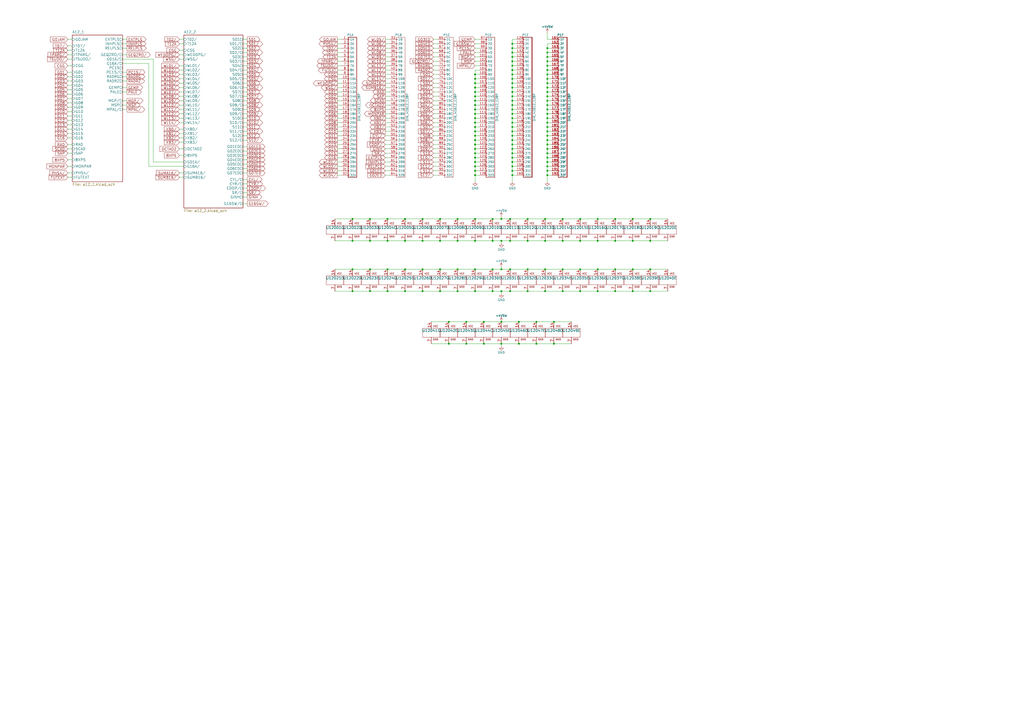
<source format=kicad_sch>
(kicad_sch (version 20211123) (generator eeschema)
  (paper "A2")
  (junction (at 317.5 35.56))
  (junction (at 275.59 63.5))
  (junction (at 295.91 127))
  (junction (at 317.5 81.28))
  (junction (at 245.11 156.21))
  (junction (at 204.47 156.21))
  (junction (at 204.47 127))
  (junction (at 297.18 88.9))
  (junction (at 367.03 168.91))
  (junction (at 306.07 127))
  (junction (at 295.91 168.91))
  (junction (at 316.23 139.7))
  (junction (at 280.67 186.69))
  (junction (at 275.59 45.72))
  (junction (at 321.31 186.69))
  (junction (at 270.51 199.39))
  (junction (at 275.59 96.52))
  (junction (at 346.71 139.7))
  (junction (at 297.18 73.66))
  (junction (at 317.5 68.58))
  (junction (at 270.51 186.69))
  (junction (at 297.18 91.44))
  (junction (at 275.59 127))
  (junction (at 346.71 127))
  (junction (at 317.5 38.1))
  (junction (at 297.18 25.4))
  (junction (at 297.18 78.74))
  (junction (at 275.59 60.96))
  (junction (at 290.83 199.39))
  (junction (at 326.39 168.91))
  (junction (at 317.5 86.36))
  (junction (at 317.5 30.48))
  (junction (at 275.59 76.2))
  (junction (at 297.18 71.12))
  (junction (at 265.43 168.91))
  (junction (at 300.99 199.39))
  (junction (at 290.83 156.21))
  (junction (at 295.91 139.7))
  (junction (at 317.5 88.9))
  (junction (at 346.71 168.91))
  (junction (at 234.95 156.21))
  (junction (at 336.55 156.21))
  (junction (at 297.18 35.56))
  (junction (at 317.5 96.52))
  (junction (at 297.18 58.42))
  (junction (at 326.39 156.21))
  (junction (at 224.79 156.21))
  (junction (at 317.5 53.34))
  (junction (at 255.27 139.7))
  (junction (at 317.5 91.44))
  (junction (at 275.59 68.58))
  (junction (at 377.19 127))
  (junction (at 317.5 43.18))
  (junction (at 297.18 93.98))
  (junction (at 214.63 156.21))
  (junction (at 275.59 50.8))
  (junction (at 275.59 48.26))
  (junction (at 367.03 127))
  (junction (at 316.23 156.21))
  (junction (at 275.59 58.42))
  (junction (at 275.59 99.06))
  (junction (at 285.75 168.91))
  (junction (at 306.07 139.7))
  (junction (at 317.5 48.26))
  (junction (at 377.19 168.91))
  (junction (at 326.39 127))
  (junction (at 297.18 63.5))
  (junction (at 255.27 156.21))
  (junction (at 317.5 73.66))
  (junction (at 275.59 86.36))
  (junction (at 234.95 127))
  (junction (at 317.5 27.94))
  (junction (at 317.5 50.8))
  (junction (at 275.59 83.82))
  (junction (at 275.59 139.7))
  (junction (at 311.15 199.39))
  (junction (at 295.91 156.21))
  (junction (at 316.23 168.91))
  (junction (at 275.59 91.44))
  (junction (at 290.83 168.91))
  (junction (at 297.18 50.8))
  (junction (at 275.59 73.66))
  (junction (at 224.79 127))
  (junction (at 317.5 33.02))
  (junction (at 275.59 71.12))
  (junction (at 297.18 81.28))
  (junction (at 317.5 60.96))
  (junction (at 346.71 156.21))
  (junction (at 317.5 66.04))
  (junction (at 297.18 55.88))
  (junction (at 356.87 127))
  (junction (at 224.79 168.91))
  (junction (at 255.27 168.91))
  (junction (at 356.87 139.7))
  (junction (at 245.11 168.91))
  (junction (at 317.5 71.12))
  (junction (at 275.59 101.6))
  (junction (at 275.59 53.34))
  (junction (at 297.18 60.96))
  (junction (at 275.59 168.91))
  (junction (at 297.18 53.34))
  (junction (at 317.5 40.64))
  (junction (at 317.5 58.42))
  (junction (at 285.75 156.21))
  (junction (at 297.18 101.6))
  (junction (at 297.18 68.58))
  (junction (at 297.18 76.2))
  (junction (at 367.03 156.21))
  (junction (at 265.43 139.7))
  (junction (at 297.18 66.04))
  (junction (at 260.35 199.39))
  (junction (at 321.31 199.39))
  (junction (at 290.83 127))
  (junction (at 204.47 168.91))
  (junction (at 224.79 139.7))
  (junction (at 297.18 45.72))
  (junction (at 311.15 186.69))
  (junction (at 297.18 96.52))
  (junction (at 275.59 43.18))
  (junction (at 280.67 199.39))
  (junction (at 245.11 127))
  (junction (at 356.87 168.91))
  (junction (at 356.87 156.21))
  (junction (at 275.59 81.28))
  (junction (at 285.75 127))
  (junction (at 265.43 156.21))
  (junction (at 214.63 168.91))
  (junction (at 317.5 63.5))
  (junction (at 214.63 139.7))
  (junction (at 317.5 101.6))
  (junction (at 377.19 156.21))
  (junction (at 297.18 43.18))
  (junction (at 275.59 88.9))
  (junction (at 275.59 156.21))
  (junction (at 317.5 45.72))
  (junction (at 204.47 139.7))
  (junction (at 234.95 168.91))
  (junction (at 275.59 66.04))
  (junction (at 297.18 33.02))
  (junction (at 297.18 48.26))
  (junction (at 290.83 139.7))
  (junction (at 317.5 55.88))
  (junction (at 290.83 186.69))
  (junction (at 367.03 139.7))
  (junction (at 297.18 86.36))
  (junction (at 336.55 168.91))
  (junction (at 245.11 139.7))
  (junction (at 260.35 186.69))
  (junction (at 316.23 127))
  (junction (at 326.39 139.7))
  (junction (at 297.18 83.82))
  (junction (at 306.07 156.21))
  (junction (at 317.5 99.06))
  (junction (at 297.18 27.94))
  (junction (at 275.59 55.88))
  (junction (at 377.19 139.7))
  (junction (at 275.59 78.74))
  (junction (at 300.99 186.69))
  (junction (at 297.18 38.1))
  (junction (at 234.95 139.7))
  (junction (at 336.55 127))
  (junction (at 317.5 76.2))
  (junction (at 317.5 83.82))
  (junction (at 306.07 168.91))
  (junction (at 317.5 78.74))
  (junction (at 285.75 139.7))
  (junction (at 336.55 139.7))
  (junction (at 317.5 93.98))
  (junction (at 297.18 40.64))
  (junction (at 214.63 127))
  (junction (at 297.18 30.48))
  (junction (at 265.43 127))
  (junction (at 255.27 127))
  (junction (at 297.18 99.06))
  (junction (at 275.59 93.98))
  (wire (pts (xy 367.03 156.21) (xy 356.87 156.21)))
  (wire (pts (xy 275.59 60.96) (xy 278.13 60.96)))
  (wire (pts (xy 275.59 91.44) (xy 278.13 91.44)))
  (wire (pts (xy 140.97 97.79) (xy 143.51 97.79)))
  (wire (pts (xy 255.27 139.7) (xy 245.11 139.7)))
  (wire (pts (xy 297.18 99.06) (xy 297.18 101.6)))
  (wire (pts (xy 195.58 83.82) (xy 198.12 83.82)))
  (wire (pts (xy 140.97 40.64) (xy 143.51 40.64)))
  (wire (pts (xy 226.06 93.98) (xy 223.52 93.98)))
  (wire (pts (xy 317.5 38.1) (xy 320.04 38.1)))
  (wire (pts (xy 223.52 68.58) (xy 226.06 68.58)))
  (wire (pts (xy 275.59 66.04) (xy 278.13 66.04)))
  (wire (pts (xy 195.58 48.26) (xy 198.12 48.26)))
  (wire (pts (xy 295.91 127) (xy 306.07 127)))
  (wire (pts (xy 140.97 38.1) (xy 143.51 38.1)))
  (wire (pts (xy 295.91 156.21) (xy 290.83 156.21)))
  (wire (pts (xy 106.68 86.36) (xy 104.14 86.36)))
  (wire (pts (xy 254 55.88) (xy 251.46 55.88)))
  (wire (pts (xy 317.5 25.4) (xy 320.04 25.4)))
  (wire (pts (xy 41.91 92.71) (xy 39.37 92.71)))
  (wire (pts (xy 278.13 27.94) (xy 275.59 27.94)))
  (wire (pts (xy 250.19 199.39) (xy 260.35 199.39)))
  (wire (pts (xy 223.52 30.48) (xy 226.06 30.48)))
  (wire (pts (xy 104.14 22.86) (xy 106.68 22.86)))
  (wire (pts (xy 297.18 38.1) (xy 297.18 40.64)))
  (wire (pts (xy 320.04 27.94) (xy 317.5 27.94)))
  (wire (pts (xy 195.58 66.04) (xy 198.12 66.04)))
  (wire (pts (xy 299.72 43.18) (xy 297.18 43.18)))
  (wire (pts (xy 290.83 168.91) (xy 295.91 168.91)))
  (wire (pts (xy 224.79 127) (xy 234.95 127)))
  (wire (pts (xy 317.5 30.48) (xy 317.5 33.02)))
  (wire (pts (xy 195.58 60.96) (xy 198.12 60.96)))
  (wire (pts (xy 140.97 81.28) (xy 143.51 81.28)))
  (wire (pts (xy 299.72 86.36) (xy 297.18 86.36)))
  (wire (pts (xy 140.97 114.3) (xy 143.51 114.3)))
  (wire (pts (xy 254 27.94) (xy 251.46 27.94)))
  (wire (pts (xy 195.58 81.28) (xy 198.12 81.28)))
  (wire (pts (xy 104.14 60.96) (xy 106.68 60.96)))
  (wire (pts (xy 104.14 58.42) (xy 106.68 58.42)))
  (wire (pts (xy 275.59 71.12) (xy 278.13 71.12)))
  (wire (pts (xy 140.97 43.18) (xy 143.51 43.18)))
  (wire (pts (xy 297.18 86.36) (xy 297.18 88.9)))
  (wire (pts (xy 297.18 25.4) (xy 299.72 25.4)))
  (wire (pts (xy 140.97 33.02) (xy 143.51 33.02)))
  (wire (pts (xy 254 76.2) (xy 251.46 76.2)))
  (wire (pts (xy 317.5 78.74) (xy 317.5 81.28)))
  (wire (pts (xy 254 35.56) (xy 251.46 35.56)))
  (wire (pts (xy 278.13 22.86) (xy 275.59 22.86)))
  (wire (pts (xy 140.97 106.68) (xy 143.51 106.68)))
  (wire (pts (xy 306.07 156.21) (xy 295.91 156.21)))
  (wire (pts (xy 317.5 81.28) (xy 317.5 83.82)))
  (wire (pts (xy 195.58 78.74) (xy 198.12 78.74)))
  (wire (pts (xy 224.79 139.7) (xy 214.63 139.7)))
  (wire (pts (xy 104.14 68.58) (xy 106.68 68.58)))
  (wire (pts (xy 254 22.86) (xy 251.46 22.86)))
  (wire (pts (xy 245.11 168.91) (xy 255.27 168.91)))
  (wire (pts (xy 367.03 127) (xy 377.19 127)))
  (wire (pts (xy 275.59 96.52) (xy 278.13 96.52)))
  (wire (pts (xy 317.5 60.96) (xy 320.04 60.96)))
  (wire (pts (xy 195.58 71.12) (xy 198.12 71.12)))
  (wire (pts (xy 140.97 27.94) (xy 143.51 27.94)))
  (wire (pts (xy 140.97 95.25) (xy 143.51 95.25)))
  (wire (pts (xy 195.58 99.06) (xy 198.12 99.06)))
  (wire (pts (xy 275.59 127) (xy 285.75 127)))
  (wire (pts (xy 299.72 93.98) (xy 297.18 93.98)))
  (wire (pts (xy 297.18 78.74) (xy 297.18 81.28)))
  (wire (pts (xy 297.18 48.26) (xy 297.18 50.8)))
  (wire (pts (xy 226.06 91.44) (xy 223.52 91.44)))
  (wire (pts (xy 195.58 58.42) (xy 198.12 58.42)))
  (wire (pts (xy 290.83 127) (xy 295.91 127)))
  (wire (pts (xy 254 68.58) (xy 251.46 68.58)))
  (wire (pts (xy 317.5 83.82) (xy 317.5 86.36)))
  (wire (pts (xy 275.59 40.64) (xy 275.59 43.18)))
  (wire (pts (xy 71.12 44.45) (xy 73.66 44.45)))
  (wire (pts (xy 297.18 25.4) (xy 297.18 27.94)))
  (wire (pts (xy 317.5 40.64) (xy 320.04 40.64)))
  (wire (pts (xy 275.59 156.21) (xy 265.43 156.21)))
  (wire (pts (xy 140.97 53.34) (xy 143.51 53.34)))
  (wire (pts (xy 336.55 127) (xy 346.71 127)))
  (wire (pts (xy 275.59 71.12) (xy 275.59 73.66)))
  (wire (pts (xy 254 50.8) (xy 251.46 50.8)))
  (wire (pts (xy 226.06 66.04) (xy 223.52 66.04)))
  (wire (pts (xy 317.5 48.26) (xy 317.5 50.8)))
  (wire (pts (xy 326.39 127) (xy 336.55 127)))
  (wire (pts (xy 39.37 49.53) (xy 41.91 49.53)))
  (wire (pts (xy 195.58 101.6) (xy 198.12 101.6)))
  (wire (pts (xy 39.37 67.31) (xy 41.91 67.31)))
  (wire (pts (xy 317.5 63.5) (xy 320.04 63.5)))
  (wire (pts (xy 290.83 156.21) (xy 285.75 156.21)))
  (wire (pts (xy 254 60.96) (xy 251.46 60.96)))
  (wire (pts (xy 254 96.52) (xy 251.46 96.52)))
  (wire (pts (xy 140.97 100.33) (xy 143.51 100.33)))
  (wire (pts (xy 290.83 168.91) (xy 290.83 170.18)))
  (wire (pts (xy 311.15 186.69) (xy 300.99 186.69)))
  (wire (pts (xy 104.14 71.12) (xy 106.68 71.12)))
  (wire (pts (xy 226.06 53.34) (xy 223.52 53.34)))
  (wire (pts (xy 367.03 139.7) (xy 356.87 139.7)))
  (wire (pts (xy 275.59 139.7) (xy 265.43 139.7)))
  (wire (pts (xy 387.35 156.21) (xy 377.19 156.21)))
  (wire (pts (xy 317.5 27.94) (xy 317.5 30.48)))
  (wire (pts (xy 41.91 83.82) (xy 39.37 83.82)))
  (wire (pts (xy 320.04 22.86) (xy 317.5 22.86)))
  (wire (pts (xy 195.58 22.86) (xy 198.12 22.86)))
  (wire (pts (xy 140.97 71.12) (xy 143.51 71.12)))
  (wire (pts (xy 140.97 68.58) (xy 143.51 68.58)))
  (wire (pts (xy 275.59 88.9) (xy 278.13 88.9)))
  (wire (pts (xy 39.37 62.23) (xy 41.91 62.23)))
  (wire (pts (xy 275.59 93.98) (xy 278.13 93.98)))
  (wire (pts (xy 195.58 53.34) (xy 198.12 53.34)))
  (wire (pts (xy 71.12 46.99) (xy 73.66 46.99)))
  (wire (pts (xy 297.18 63.5) (xy 297.18 66.04)))
  (wire (pts (xy 140.97 73.66) (xy 143.51 73.66)))
  (wire (pts (xy 299.72 66.04) (xy 297.18 66.04)))
  (wire (pts (xy 195.58 63.5) (xy 198.12 63.5)))
  (wire (pts (xy 214.63 156.21) (xy 204.47 156.21)))
  (wire (pts (xy 234.95 168.91) (xy 245.11 168.91)))
  (wire (pts (xy 104.14 74.93) (xy 106.68 74.93)))
  (wire (pts (xy 195.58 96.52) (xy 198.12 96.52)))
  (wire (pts (xy 299.72 35.56) (xy 297.18 35.56)))
  (wire (pts (xy 297.18 93.98) (xy 297.18 96.52)))
  (wire (pts (xy 71.12 34.29) (xy 88.9 34.29)))
  (wire (pts (xy 299.72 45.72) (xy 297.18 45.72)))
  (wire (pts (xy 317.5 35.56) (xy 317.5 38.1)))
  (wire (pts (xy 226.06 101.6) (xy 223.52 101.6)))
  (wire (pts (xy 317.5 91.44) (xy 320.04 91.44)))
  (wire (pts (xy 223.52 45.72) (xy 226.06 45.72)))
  (wire (pts (xy 254 53.34) (xy 251.46 53.34)))
  (wire (pts (xy 299.72 83.82) (xy 297.18 83.82)))
  (wire (pts (xy 223.52 40.64) (xy 226.06 40.64)))
  (wire (pts (xy 300.99 199.39) (xy 311.15 199.39)))
  (wire (pts (xy 297.18 66.04) (xy 297.18 68.58)))
  (wire (pts (xy 356.87 156.21) (xy 346.71 156.21)))
  (wire (pts (xy 275.59 81.28) (xy 275.59 83.82)))
  (wire (pts (xy 41.91 96.52) (xy 39.37 96.52)))
  (wire (pts (xy 275.59 88.9) (xy 275.59 91.44)))
  (wire (pts (xy 86.36 36.83) (xy 86.36 96.52)))
  (wire (pts (xy 254 43.18) (xy 251.46 43.18)))
  (wire (pts (xy 104.14 80.01) (xy 106.68 80.01)))
  (wire (pts (xy 39.37 54.61) (xy 41.91 54.61)))
  (wire (pts (xy 245.11 139.7) (xy 234.95 139.7)))
  (wire (pts (xy 39.37 59.69) (xy 41.91 59.69)))
  (wire (pts (xy 278.13 30.48) (xy 275.59 30.48)))
  (wire (pts (xy 299.72 55.88) (xy 297.18 55.88)))
  (wire (pts (xy 290.83 139.7) (xy 290.83 140.97)))
  (wire (pts (xy 275.59 50.8) (xy 278.13 50.8)))
  (wire (pts (xy 317.5 68.58) (xy 320.04 68.58)))
  (wire (pts (xy 254 71.12) (xy 251.46 71.12)))
  (wire (pts (xy 317.5 50.8) (xy 317.5 53.34)))
  (wire (pts (xy 299.72 58.42) (xy 297.18 58.42)))
  (wire (pts (xy 297.18 55.88) (xy 297.18 58.42)))
  (wire (pts (xy 356.87 139.7) (xy 346.71 139.7)))
  (wire (pts (xy 39.37 38.1) (xy 41.91 38.1)))
  (wire (pts (xy 297.18 33.02) (xy 297.18 35.56)))
  (wire (pts (xy 39.37 102.87) (xy 41.91 102.87)))
  (wire (pts (xy 317.5 45.72) (xy 317.5 48.26)))
  (wire (pts (xy 275.59 50.8) (xy 275.59 53.34)))
  (wire (pts (xy 195.58 43.18) (xy 198.12 43.18)))
  (wire (pts (xy 39.37 31.75) (xy 41.91 31.75)))
  (wire (pts (xy 299.72 73.66) (xy 297.18 73.66)))
  (wire (pts (xy 285.75 168.91) (xy 290.83 168.91)))
  (wire (pts (xy 140.97 22.86) (xy 143.51 22.86)))
  (wire (pts (xy 290.83 199.39) (xy 300.99 199.39)))
  (wire (pts (xy 275.59 78.74) (xy 275.59 81.28)))
  (wire (pts (xy 317.5 93.98) (xy 317.5 96.52)))
  (wire (pts (xy 317.5 99.06) (xy 320.04 99.06)))
  (wire (pts (xy 254 101.6) (xy 251.46 101.6)))
  (wire (pts (xy 285.75 156.21) (xy 275.59 156.21)))
  (wire (pts (xy 254 73.66) (xy 251.46 73.66)))
  (wire (pts (xy 317.5 73.66) (xy 320.04 73.66)))
  (wire (pts (xy 297.18 45.72) (xy 297.18 48.26)))
  (wire (pts (xy 336.55 168.91) (xy 346.71 168.91)))
  (wire (pts (xy 195.58 33.02) (xy 198.12 33.02)))
  (wire (pts (xy 317.5 96.52) (xy 320.04 96.52)))
  (wire (pts (xy 317.5 99.06) (xy 317.5 101.6)))
  (wire (pts (xy 317.5 55.88) (xy 317.5 58.42)))
  (wire (pts (xy 317.5 33.02) (xy 320.04 33.02)))
  (wire (pts (xy 195.58 93.98) (xy 198.12 93.98)))
  (wire (pts (xy 88.9 34.29) (xy 88.9 93.98)))
  (wire (pts (xy 317.5 71.12) (xy 317.5 73.66)))
  (wire (pts (xy 226.06 78.74) (xy 223.52 78.74)))
  (wire (pts (xy 71.12 60.96) (xy 73.66 60.96)))
  (wire (pts (xy 275.59 55.88) (xy 278.13 55.88)))
  (wire (pts (xy 104.14 66.04) (xy 106.68 66.04)))
  (wire (pts (xy 280.67 186.69) (xy 270.51 186.69)))
  (wire (pts (xy 195.58 27.94) (xy 198.12 27.94)))
  (wire (pts (xy 195.58 73.66) (xy 198.12 73.66)))
  (wire (pts (xy 377.19 156.21) (xy 367.03 156.21)))
  (wire (pts (xy 195.58 35.56) (xy 198.12 35.56)))
  (wire (pts (xy 104.14 63.5) (xy 106.68 63.5)))
  (wire (pts (xy 317.5 45.72) (xy 320.04 45.72)))
  (wire (pts (xy 254 81.28) (xy 251.46 81.28)))
  (wire (pts (xy 39.37 22.86) (xy 41.91 22.86)))
  (wire (pts (xy 297.18 73.66) (xy 297.18 76.2)))
  (wire (pts (xy 226.06 48.26) (xy 223.52 48.26)))
  (wire (pts (xy 331.47 186.69) (xy 321.31 186.69)))
  (wire (pts (xy 317.5 58.42) (xy 317.5 60.96)))
  (wire (pts (xy 317.5 68.58) (xy 317.5 71.12)))
  (wire (pts (xy 223.52 43.18) (xy 226.06 43.18)))
  (wire (pts (xy 195.58 50.8) (xy 198.12 50.8)))
  (wire (pts (xy 140.97 55.88) (xy 143.51 55.88)))
  (wire (pts (xy 299.72 101.6) (xy 297.18 101.6)))
  (wire (pts (xy 226.06 88.9) (xy 223.52 88.9)))
  (wire (pts (xy 223.52 25.4) (xy 226.06 25.4)))
  (wire (pts (xy 223.52 22.86) (xy 226.06 22.86)))
  (wire (pts (xy 255.27 156.21) (xy 245.11 156.21)))
  (wire (pts (xy 254 88.9) (xy 251.46 88.9)))
  (wire (pts (xy 194.31 127) (xy 204.47 127)))
  (wire (pts (xy 39.37 77.47) (xy 41.91 77.47)))
  (wire (pts (xy 204.47 127) (xy 214.63 127)))
  (wire (pts (xy 254 40.64) (xy 251.46 40.64)))
  (wire (pts (xy 290.83 154.94) (xy 290.83 156.21)))
  (wire (pts (xy 39.37 44.45) (xy 41.91 44.45)))
  (wire (pts (xy 270.51 186.69) (xy 260.35 186.69)))
  (wire (pts (xy 297.18 35.56) (xy 297.18 38.1)))
  (wire (pts (xy 226.06 96.52) (xy 223.52 96.52)))
  (wire (pts (xy 265.43 168.91) (xy 275.59 168.91)))
  (wire (pts (xy 317.5 81.28) (xy 320.04 81.28)))
  (wire (pts (xy 140.97 76.2) (xy 143.51 76.2)))
  (wire (pts (xy 377.19 168.91) (xy 387.35 168.91)))
  (wire (pts (xy 140.97 104.14) (xy 143.51 104.14)))
  (wire (pts (xy 71.12 41.91) (xy 73.66 41.91)))
  (wire (pts (xy 316.23 156.21) (xy 306.07 156.21)))
  (wire (pts (xy 278.13 38.1) (xy 275.59 38.1)))
  (wire (pts (xy 280.67 199.39) (xy 290.83 199.39)))
  (wire (pts (xy 316.23 168.91) (xy 326.39 168.91)))
  (wire (pts (xy 104.14 50.8) (xy 106.68 50.8)))
  (wire (pts (xy 326.39 139.7) (xy 316.23 139.7)))
  (wire (pts (xy 265.43 127) (xy 275.59 127)))
  (wire (pts (xy 297.18 30.48) (xy 297.18 33.02)))
  (wire (pts (xy 254 30.48) (xy 251.46 30.48)))
  (wire (pts (xy 317.5 76.2) (xy 320.04 76.2)))
  (wire (pts (xy 317.5 86.36) (xy 317.5 88.9)))
  (wire (pts (xy 104.14 77.47) (xy 106.68 77.47)))
  (wire (pts (xy 299.72 76.2) (xy 297.18 76.2)))
  (wire (pts (xy 297.18 50.8) (xy 297.18 53.34)))
  (wire (pts (xy 234.95 139.7) (xy 224.79 139.7)))
  (wire (pts (xy 317.5 78.74) (xy 320.04 78.74)))
  (wire (pts (xy 275.59 93.98) (xy 275.59 96.52)))
  (wire (pts (xy 226.06 60.96) (xy 223.52 60.96)))
  (wire (pts (xy 317.5 83.82) (xy 320.04 83.82)))
  (wire (pts (xy 204.47 139.7) (xy 194.31 139.7)))
  (wire (pts (xy 346.71 168.91) (xy 356.87 168.91)))
  (wire (pts (xy 140.97 66.04) (xy 143.51 66.04)))
  (wire (pts (xy 290.83 199.39) (xy 290.83 200.66)))
  (wire (pts (xy 104.14 48.26) (xy 106.68 48.26)))
  (wire (pts (xy 295.91 168.91) (xy 306.07 168.91)))
  (wire (pts (xy 275.59 55.88) (xy 275.59 58.42)))
  (wire (pts (xy 195.58 40.64) (xy 198.12 40.64)))
  (wire (pts (xy 226.06 81.28) (xy 223.52 81.28)))
  (wire (pts (xy 226.06 50.8) (xy 223.52 50.8)))
  (wire (pts (xy 204.47 156.21) (xy 194.31 156.21)))
  (wire (pts (xy 39.37 34.29) (xy 41.91 34.29)))
  (wire (pts (xy 275.59 73.66) (xy 275.59 76.2)))
  (wire (pts (xy 224.79 156.21) (xy 214.63 156.21)))
  (wire (pts (xy 39.37 52.07) (xy 41.91 52.07)))
  (wire (pts (xy 299.72 68.58) (xy 297.18 68.58)))
  (wire (pts (xy 299.72 27.94) (xy 297.18 27.94)))
  (wire (pts (xy 377.19 127) (xy 387.35 127)))
  (wire (pts (xy 39.37 74.93) (xy 41.91 74.93)))
  (wire (pts (xy 104.14 55.88) (xy 106.68 55.88)))
  (wire (pts (xy 297.18 58.42) (xy 297.18 60.96)))
  (wire (pts (xy 223.52 27.94) (xy 226.06 27.94)))
  (wire (pts (xy 297.18 83.82) (xy 297.18 86.36)))
  (wire (pts (xy 317.5 30.48) (xy 320.04 30.48)))
  (wire (pts (xy 254 83.82) (xy 251.46 83.82)))
  (wire (pts (xy 140.97 63.5) (xy 143.51 63.5)))
  (wire (pts (xy 223.52 33.02) (xy 226.06 33.02)))
  (wire (pts (xy 299.72 53.34) (xy 297.18 53.34)))
  (wire (pts (xy 326.39 168.91) (xy 336.55 168.91)))
  (wire (pts (xy 317.5 53.34) (xy 317.5 55.88)))
  (wire (pts (xy 195.58 88.9) (xy 198.12 88.9)))
  (wire (pts (xy 140.97 111.76) (xy 143.51 111.76)))
  (wire (pts (xy 275.59 99.06) (xy 278.13 99.06)))
  (wire (pts (xy 275.59 68.58) (xy 278.13 68.58)))
  (wire (pts (xy 275.59 48.26) (xy 275.59 50.8)))
  (wire (pts (xy 316.23 139.7) (xy 306.07 139.7)))
  (wire (pts (xy 275.59 76.2) (xy 275.59 78.74)))
  (wire (pts (xy 195.58 45.72) (xy 198.12 45.72)))
  (wire (pts (xy 41.91 88.9) (xy 39.37 88.9)))
  (wire (pts (xy 39.37 100.33) (xy 41.91 100.33)))
  (wire (pts (xy 317.5 40.64) (xy 317.5 43.18)))
  (wire (pts (xy 204.47 168.91) (xy 214.63 168.91)))
  (wire (pts (xy 140.97 87.63) (xy 143.51 87.63)))
  (wire (pts (xy 317.5 50.8) (xy 320.04 50.8)))
  (wire (pts (xy 336.55 156.21) (xy 326.39 156.21)))
  (wire (pts (xy 295.91 139.7) (xy 290.83 139.7)))
  (wire (pts (xy 275.59 96.52) (xy 275.59 99.06)))
  (wire (pts (xy 260.35 186.69) (xy 250.19 186.69)))
  (wire (pts (xy 226.06 55.88) (xy 223.52 55.88)))
  (wire (pts (xy 195.58 25.4) (xy 198.12 25.4)))
  (wire (pts (xy 297.18 40.64) (xy 297.18 43.18)))
  (wire (pts (xy 71.12 53.34) (xy 73.66 53.34)))
  (wire (pts (xy 317.5 88.9) (xy 320.04 88.9)))
  (wire (pts (xy 317.5 76.2) (xy 317.5 78.74)))
  (wire (pts (xy 300.99 186.69) (xy 290.83 186.69)))
  (wire (pts (xy 297.18 68.58) (xy 297.18 71.12)))
  (wire (pts (xy 140.97 109.22) (xy 143.51 109.22)))
  (wire (pts (xy 195.58 55.88) (xy 198.12 55.88)))
  (wire (pts (xy 140.97 85.09) (xy 143.51 85.09)))
  (wire (pts (xy 299.72 78.74) (xy 297.18 78.74)))
  (wire (pts (xy 278.13 43.18) (xy 275.59 43.18)))
  (wire (pts (xy 317.5 48.26) (xy 320.04 48.26)))
  (wire (pts (xy 275.59 76.2) (xy 278.13 76.2)))
  (wire (pts (xy 140.97 78.74) (xy 143.51 78.74)))
  (wire (pts (xy 104.14 40.64) (xy 106.68 40.64)))
  (wire (pts (xy 88.9 93.98) (xy 106.68 93.98)))
  (wire (pts (xy 226.06 86.36) (xy 223.52 86.36)))
  (wire (pts (xy 106.68 100.33) (xy 104.14 100.33)))
  (wire (pts (xy 71.12 63.5) (xy 73.66 63.5)))
  (wire (pts (xy 255.27 127) (xy 265.43 127)))
  (wire (pts (xy 317.5 60.96) (xy 317.5 63.5)))
  (wire (pts (xy 275.59 99.06) (xy 275.59 101.6)))
  (wire (pts (xy 254 66.04) (xy 251.46 66.04)))
  (wire (pts (xy 39.37 46.99) (xy 41.91 46.99)))
  (wire (pts (xy 234.95 127) (xy 245.11 127)))
  (wire (pts (xy 254 86.36) (xy 251.46 86.36)))
  (wire (pts (xy 140.97 30.48) (xy 143.51 30.48)))
  (wire (pts (xy 387.35 139.7) (xy 377.19 139.7)))
  (wire (pts (xy 297.18 101.6) (xy 297.18 105.41)))
  (wire (pts (xy 317.5 66.04) (xy 320.04 66.04)))
  (wire (pts (xy 104.14 31.75) (xy 106.68 31.75)))
  (wire (pts (xy 140.97 45.72) (xy 143.51 45.72)))
  (wire (pts (xy 290.83 186.69) (xy 280.67 186.69)))
  (wire (pts (xy 306.07 127) (xy 316.23 127)))
  (wire (pts (xy 317.5 91.44) (xy 317.5 93.98)))
  (wire (pts (xy 275.59 53.34) (xy 278.13 53.34)))
  (wire (pts (xy 104.14 82.55) (xy 106.68 82.55)))
  (wire (pts (xy 140.97 25.4) (xy 143.51 25.4)))
  (wire (pts (xy 275.59 101.6) (xy 275.59 105.41)))
  (wire (pts (xy 297.18 43.18) (xy 297.18 45.72)))
  (wire (pts (xy 254 38.1) (xy 251.46 38.1)))
  (wire (pts (xy 317.5 58.42) (xy 320.04 58.42)))
  (wire (pts (xy 317.5 35.56) (xy 320.04 35.56)))
  (wire (pts (xy 226.06 63.5) (xy 223.52 63.5)))
  (wire (pts (xy 275.59 78.74) (xy 278.13 78.74)))
  (wire (pts (xy 299.72 88.9) (xy 297.18 88.9)))
  (wire (pts (xy 275.59 48.26) (xy 278.13 48.26)))
  (wire (pts (xy 285.75 127) (xy 290.83 127)))
  (wire (pts (xy 317.5 55.88) (xy 320.04 55.88)))
  (wire (pts (xy 254 48.26) (xy 251.46 48.26)))
  (wire (pts (xy 299.72 48.26) (xy 297.18 48.26)))
  (wire (pts (xy 275.59 58.42) (xy 278.13 58.42)))
  (wire (pts (xy 71.12 31.75) (xy 73.66 31.75)))
  (wire (pts (xy 104.14 25.4) (xy 106.68 25.4)))
  (wire (pts (xy 275.59 53.34) (xy 275.59 55.88)))
  (wire (pts (xy 255.27 168.91) (xy 265.43 168.91)))
  (wire (pts (xy 317.5 38.1) (xy 317.5 40.64)))
  (wire (pts (xy 367.03 168.91) (xy 377.19 168.91)))
  (wire (pts (xy 297.18 27.94) (xy 297.18 30.48)))
  (wire (pts (xy 254 58.42) (xy 251.46 58.42)))
  (wire (pts (xy 254 91.44) (xy 251.46 91.44)))
  (wire (pts (xy 317.5 73.66) (xy 317.5 76.2)))
  (wire (pts (xy 317.5 22.86) (xy 317.5 19.05)))
  (wire (pts (xy 275.59 63.5) (xy 275.59 66.04)))
  (wire (pts (xy 275.59 63.5) (xy 278.13 63.5)))
  (wire (pts (xy 265.43 139.7) (xy 255.27 139.7)))
  (wire (pts (xy 311.15 199.39) (xy 321.31 199.39)))
  (wire (pts (xy 278.13 35.56) (xy 275.59 35.56)))
  (wire (pts (xy 317.5 71.12) (xy 320.04 71.12)))
  (wire (pts (xy 275.59 86.36) (xy 275.59 88.9)))
  (wire (pts (xy 71.12 36.83) (xy 86.36 36.83)))
  (wire (pts (xy 223.52 76.2) (xy 226.06 76.2)))
  (wire (pts (xy 226.06 99.06) (xy 223.52 99.06)))
  (wire (pts (xy 39.37 57.15) (xy 41.91 57.15)))
  (wire (pts (xy 86.36 96.52) (xy 106.68 96.52)))
  (wire (pts (xy 377.19 139.7) (xy 367.03 139.7)))
  (wire (pts (xy 226.06 58.42) (xy 223.52 58.42)))
  (wire (pts (xy 71.12 58.42) (xy 73.66 58.42)))
  (wire (pts (xy 317.5 93.98) (xy 320.04 93.98)))
  (wire (pts (xy 299.72 96.52) (xy 297.18 96.52)))
  (wire (pts (xy 297.18 88.9) (xy 297.18 91.44)))
  (wire (pts (xy 299.72 91.44) (xy 297.18 91.44)))
  (wire (pts (xy 316.23 127) (xy 326.39 127)))
  (wire (pts (xy 223.52 35.56) (xy 226.06 35.56)))
  (wire (pts (xy 299.72 60.96) (xy 297.18 60.96)))
  (wire (pts (xy 297.18 81.28) (xy 297.18 83.82)))
  (wire (pts (xy 278.13 40.64) (xy 275.59 40.64)))
  (wire (pts (xy 317.5 101.6) (xy 320.04 101.6)))
  (wire (pts (xy 254 99.06) (xy 251.46 99.06)))
  (wire (pts (xy 254 25.4) (xy 251.46 25.4)))
  (wire (pts (xy 39.37 86.36) (xy 41.91 86.36)))
  (wire (pts (xy 140.97 35.56) (xy 143.51 35.56)))
  (wire (pts (xy 275.59 45.72) (xy 278.13 45.72)))
  (wire (pts (xy 39.37 29.21) (xy 41.91 29.21)))
  (wire (pts (xy 275.59 68.58) (xy 275.59 71.12)))
  (wire (pts (xy 321.31 186.69) (xy 311.15 186.69)))
  (wire (pts (xy 299.72 99.06) (xy 297.18 99.06)))
  (wire (pts (xy 254 45.72) (xy 251.46 45.72)))
  (wire (pts (xy 317.5 53.34) (xy 320.04 53.34)))
  (wire (pts (xy 223.52 73.66) (xy 226.06 73.66)))
  (wire (pts (xy 195.58 38.1) (xy 198.12 38.1)))
  (wire (pts (xy 285.75 139.7) (xy 275.59 139.7)))
  (wire (pts (xy 299.72 22.86) (xy 297.18 22.86)))
  (wire (pts (xy 104.14 53.34) (xy 106.68 53.34)))
  (wire (pts (xy 254 33.02) (xy 251.46 33.02)))
  (wire (pts (xy 290.83 139.7) (xy 285.75 139.7)))
  (wire (pts (xy 254 63.5) (xy 251.46 63.5)))
  (wire (pts (xy 275.59 66.04) (xy 275.59 68.58)))
  (wire (pts (xy 299.72 38.1) (xy 297.18 38.1)))
  (wire (pts (xy 299.72 30.48) (xy 297.18 30.48)))
  (wire (pts (xy 297.18 60.96) (xy 297.18 63.5)))
  (wire (pts (xy 140.97 58.42) (xy 143.51 58.42)))
  (wire (pts (xy 275.59 101.6) (xy 278.13 101.6)))
  (wire (pts (xy 317.5 101.6) (xy 317.5 105.41)))
  (wire (pts (xy 297.18 76.2) (xy 297.18 78.74)))
  (wire (pts (xy 317.5 43.18) (xy 320.04 43.18)))
  (wire (pts (xy 275.59 81.28) (xy 278.13 81.28)))
  (wire (pts (xy 317.5 33.02) (xy 317.5 35.56)))
  (wire (pts (xy 317.5 66.04) (xy 317.5 68.58)))
  (wire (pts (xy 299.72 63.5) (xy 297.18 63.5)))
  (wire (pts (xy 356.87 168.91) (xy 367.03 168.91)))
  (wire (pts (xy 223.52 38.1) (xy 226.06 38.1)))
  (wire (pts (xy 317.5 25.4) (xy 317.5 27.94)))
  (wire (pts (xy 275.59 91.44) (xy 275.59 93.98)))
  (wire (pts (xy 39.37 80.01) (xy 41.91 80.01)))
  (wire (pts (xy 71.12 27.94) (xy 73.66 27.94)))
  (wire (pts (xy 214.63 127) (xy 224.79 127)))
  (wire (pts (xy 106.68 102.87) (xy 104.14 102.87)))
  (wire (pts (xy 336.55 139.7) (xy 326.39 139.7)))
  (wire (pts (xy 140.97 48.26) (xy 143.51 48.26)))
  (wire (pts (xy 275.59 58.42) (xy 275.59 60.96)))
  (wire (pts (xy 194.31 168.91) (xy 204.47 168.91)))
  (wire (pts (xy 299.72 50.8) (xy 297.18 50.8)))
  (wire (pts (xy 39.37 69.85) (xy 41.91 69.85)))
  (wire (pts (xy 140.97 118.11) (xy 143.51 118.11)))
  (wire (pts (xy 297.18 91.44) (xy 297.18 93.98)))
  (wire (pts (xy 317.5 88.9) (xy 317.5 91.44)))
  (wire (pts (xy 195.58 91.44) (xy 198.12 91.44)))
  (wire (pts (xy 278.13 33.02) (xy 275.59 33.02)))
  (wire (pts (xy 299.72 81.28) (xy 297.18 81.28)))
  (wire (pts (xy 275.59 83.82) (xy 278.13 83.82)))
  (wire (pts (xy 140.97 90.17) (xy 143.51 90.17)))
  (wire (pts (xy 356.87 127) (xy 367.03 127)))
  (wire (pts (xy 195.58 86.36) (xy 198.12 86.36)))
  (wire (pts (xy 297.18 71.12) (xy 297.18 73.66)))
  (wire (pts (xy 71.12 22.86) (xy 73.66 22.86)))
  (wire (pts (xy 275.59 83.82) (xy 275.59 86.36)))
  (wire (pts (xy 39.37 26.67) (xy 41.91 26.67)))
  (wire (pts (xy 71.12 25.4) (xy 73.66 25.4)))
  (wire (pts (xy 297.18 22.86) (xy 297.18 25.4)))
  (wire (pts (xy 226.06 83.82) (xy 223.52 83.82)))
  (wire (pts (xy 299.72 40.64) (xy 297.18 40.64)))
  (wire (pts (xy 290.83 125.73) (xy 290.83 127)))
  (wire (pts (xy 104.14 45.72) (xy 106.68 45.72)))
  (wire (pts (xy 140.97 92.71) (xy 143.51 92.71)))
  (wire (pts (xy 104.14 34.29) (xy 106.68 34.29)))
  (wire (pts (xy 224.79 168.91) (xy 234.95 168.91)))
  (wire (pts (xy 214.63 139.7) (xy 204.47 139.7)))
  (wire (pts (xy 306.07 168.91) (xy 316.23 168.91)))
  (wire (pts (xy 297.18 96.52) (xy 297.18 99.06)))
  (wire (pts (xy 346.71 156.21) (xy 336.55 156.21)))
  (wire (pts (xy 140.97 60.96) (xy 143.51 60.96)))
  (wire (pts (xy 71.12 50.8) (xy 73.66 50.8)))
  (wire (pts (xy 39.37 72.39) (xy 41.91 72.39)))
  (wire (pts (xy 195.58 30.48) (xy 198.12 30.48)))
  (wire (pts (xy 346.71 127) (xy 356.87 127)))
  (wire (pts (xy 245.11 156.21) (xy 234.95 156.21)))
  (wire (pts (xy 275.59 43.18) (xy 275.59 45.72)))
  (wire (pts (xy 260.35 199.39) (xy 270.51 199.39)))
  (wire (pts (xy 39.37 41.91) (xy 41.91 41.91)))
  (wire (pts (xy 275.59 168.91) (xy 285.75 168.91)))
  (wire (pts (xy 104.14 43.18) (xy 106.68 43.18)))
  (wire (pts (xy 104.14 38.1) (xy 106.68 38.1)))
  (wire (pts (xy 346.71 139.7) (xy 336.55 139.7)))
  (wire (pts (xy 106.68 90.17) (xy 104.14 90.17)))
  (wire (pts (xy 214.63 168.91) (xy 224.79 168.91)))
  (wire (pts (xy 317.5 96.52) (xy 317.5 99.06)))
  (wire (pts (xy 140.97 50.8) (xy 143.51 50.8)))
  (wire (pts (xy 195.58 68.58) (xy 198.12 68.58)))
  (wire (pts (xy 234.95 156.21) (xy 224.79 156.21)))
  (wire (pts (xy 270.51 199.39) (xy 280.67 199.39)))
  (wire (pts (xy 245.11 127) (xy 255.27 127)))
  (wire (pts (xy 254 93.98) (xy 251.46 93.98)))
  (wire (pts (xy 317.5 86.36) (xy 320.04 86.36)))
  (wire (pts (xy 299.72 71.12) (xy 297.18 71.12)))
  (wire (pts (xy 321.31 199.39) (xy 331.47 199.39)))
  (wire (pts (xy 299.72 33.02) (xy 297.18 33.02)))
  (wire (pts (xy 39.37 64.77) (xy 41.91 64.77)))
  (wire (pts (xy 104.14 29.21) (xy 106.68 29.21)))
  (wire (pts (xy 275.59 86.36) (xy 278.13 86.36)))
  (wire (pts (xy 306.07 139.7) (xy 295.91 139.7)))
  (wire (pts (xy 223.52 71.12) (xy 226.06 71.12)))
  (wire (pts (xy 326.39 156.21) (xy 316.23 156.21)))
  (wire (pts (xy 275.59 45.72) (xy 275.59 48.26)))
  (wire (pts (xy 195.58 76.2) (xy 198.12 76.2)))
  (wire (pts (xy 317.5 63.5) (xy 317.5 66.04)))
  (wire (pts (xy 278.13 25.4) (xy 275.59 25.4)))
  (wire (pts (xy 275.59 73.66) (xy 278.13 73.66)))
  (wire (pts (xy 275.59 60.96) (xy 275.59 63.5)))
  (wire (pts (xy 297.18 53.34) (xy 297.18 55.88)))
  (wire (pts (xy 317.5 43.18) (xy 317.5 45.72)))
  (wire (pts (xy 254 78.74) (xy 251.46 78.74)))
  (wire (pts (xy 265.43 156.21) (xy 255.27 156.21)))
  (global_label "CSG" (shape output) (at 195.58 45.72 180) (effects (font (size 1.524 1.524))) (property "Intersheet References" "${INTERSHEET_REFS}" (effects hide)))
  (global_label "G02" (shape input) (at 39.37 44.45 180) (effects (font (size 1.524 1.524))) (property "Intersheet References" "${INTERSHEET_REFS}" (effects hide)))
  (global_label "S05" (shape input) (at 251.46 63.5 180) (effects (font (size 1.524 1.524))) (property "Intersheet References" "${INTERSHEET_REFS}" (effects hide)))
  (global_label "SUMA16/" (shape output) (at 223.52 48.26 180) (effects (font (size 1.524 1.524))) (property "Intersheet References" "${INTERSHEET_REFS}" (effects hide)))
  (global_label "CYR/" (shape input) (at 223.52 81.28 180) (effects (font (size 1.524 1.524))) (property "Intersheet References" "${INTERSHEET_REFS}" (effects hide)))
  (global_label "S11" (shape input) (at 251.46 93.98 180) (effects (font (size 1.524 1.524))) (property "Intersheet References" "${INTERSHEET_REFS}" (effects hide)))
  (global_label "XB3/" (shape output) (at 223.52 76.2 180) (effects (font (size 1.524 1.524))) (property "Intersheet References" "${INTERSHEET_REFS}" (effects hide)))
  (global_label "G02" (shape output) (at 195.58 55.88 180) (effects (font (size 1.524 1.524))) (property "Intersheet References" "${INTERSHEET_REFS}" (effects hide)))
  (global_label "G14" (shape output) (at 195.58 86.36 180) (effects (font (size 1.524 1.524))) (property "Intersheet References" "${INTERSHEET_REFS}" (effects hide)))
  (global_label "S04/" (shape input) (at 251.46 60.96 180) (effects (font (size 1.524 1.524))) (property "Intersheet References" "${INTERSHEET_REFS}" (effects hide)))
  (global_label "S03/" (shape output) (at 143.51 35.56 0) (effects (font (size 1.524 1.524))) (property "Intersheet References" "${INTERSHEET_REFS}" (effects hide)))
  (global_label "CYR/" (shape output) (at 143.51 106.68 0) (effects (font (size 1.524 1.524))) (property "Intersheet References" "${INTERSHEET_REFS}" (effects hide)))
  (global_label "S08/" (shape output) (at 143.51 60.96 0) (effects (font (size 1.524 1.524))) (property "Intersheet References" "${INTERSHEET_REFS}" (effects hide)))
  (global_label "S01/" (shape input) (at 251.46 45.72 180) (effects (font (size 1.524 1.524))) (property "Intersheet References" "${INTERSHEET_REFS}" (effects hide)))
  (global_label "T02/" (shape output) (at 195.58 27.94 180) (effects (font (size 1.524 1.524))) (property "Intersheet References" "${INTERSHEET_REFS}" (effects hide)))
  (global_label "GOJAM" (shape output) (at 195.58 22.86 180) (effects (font (size 1.524 1.524))) (property "Intersheet References" "${INTERSHEET_REFS}" (effects hide)))
  (global_label "GINH" (shape output) (at 143.51 114.3 0) (effects (font (size 1.524 1.524))) (property "Intersheet References" "${INTERSHEET_REFS}" (effects hide)))
  (global_label "GEQZRO/" (shape input) (at 251.46 35.56 180) (effects (font (size 1.524 1.524))) (property "Intersheet References" "${INTERSHEET_REFS}" (effects hide)))
  (global_label "G06" (shape output) (at 195.58 66.04 180) (effects (font (size 1.524 1.524))) (property "Intersheet References" "${INTERSHEET_REFS}" (effects hide)))
  (global_label "S05/" (shape output) (at 143.51 45.72 0) (effects (font (size 1.524 1.524))) (property "Intersheet References" "${INTERSHEET_REFS}" (effects hide)))
  (global_label "OCTAD2" (shape output) (at 223.52 60.96 180) (effects (font (size 1.524 1.524))) (property "Intersheet References" "${INTERSHEET_REFS}" (effects hide)))
  (global_label "S11/" (shape input) (at 251.46 96.52 180) (effects (font (size 1.524 1.524))) (property "Intersheet References" "${INTERSHEET_REFS}" (effects hide)))
  (global_label "S05/" (shape input) (at 251.46 66.04 180) (effects (font (size 1.524 1.524))) (property "Intersheet References" "${INTERSHEET_REFS}" (effects hide)))
  (global_label "T07/" (shape input) (at 39.37 26.67 180) (effects (font (size 1.524 1.524))) (property "Intersheet References" "${INTERSHEET_REFS}" (effects hide)))
  (global_label "TSUDO/" (shape input) (at 39.37 34.29 180) (effects (font (size 1.524 1.524))) (property "Intersheet References" "${INTERSHEET_REFS}" (effects hide)))
  (global_label "G01ED" (shape output) (at 143.51 85.09 0) (effects (font (size 1.524 1.524))) (property "Intersheet References" "${INTERSHEET_REFS}" (effects hide)))
  (global_label "SAP" (shape input) (at 39.37 88.9 180) (effects (font (size 1.524 1.524))) (property "Intersheet References" "${INTERSHEET_REFS}" (effects hide)))
  (global_label "PHS4/" (shape output) (at 195.58 25.4 180) (effects (font (size 1.524 1.524))) (property "Intersheet References" "${INTERSHEET_REFS}" (effects hide)))
  (global_label "8XP5" (shape input) (at 104.14 90.17 180) (effects (font (size 1.524 1.524))) (property "Intersheet References" "${INTERSHEET_REFS}" (effects hide)))
  (global_label "S01" (shape output) (at 143.51 22.86 0) (effects (font (size 1.524 1.524))) (property "Intersheet References" "${INTERSHEET_REFS}" (effects hide)))
  (global_label "S10" (shape input) (at 251.46 88.9 180) (effects (font (size 1.524 1.524))) (property "Intersheet References" "${INTERSHEET_REFS}" (effects hide)))
  (global_label "S01/" (shape output) (at 143.51 25.4 0) (effects (font (size 1.524 1.524))) (property "Intersheet References" "${INTERSHEET_REFS}" (effects hide)))
  (global_label "G16SW/" (shape output) (at 143.51 118.11 0) (effects (font (size 1.524 1.524))) (property "Intersheet References" "${INTERSHEET_REFS}" (effects hide)))
  (global_label "PALE" (shape input) (at 275.59 30.48 180) (effects (font (size 1.524 1.524))) (property "Intersheet References" "${INTERSHEET_REFS}" (effects hide)))
  (global_label "WL09/" (shape output) (at 223.52 33.02 180) (effects (font (size 1.524 1.524))) (property "Intersheet References" "${INTERSHEET_REFS}" (effects hide)))
  (global_label "FUTEXT" (shape output) (at 195.58 40.64 180) (effects (font (size 1.524 1.524))) (property "Intersheet References" "${INTERSHEET_REFS}" (effects hide)))
  (global_label "S12" (shape input) (at 251.46 99.06 180) (effects (font (size 1.524 1.524))) (property "Intersheet References" "${INTERSHEET_REFS}" (effects hide)))
  (global_label "G07" (shape input) (at 39.37 57.15 180) (effects (font (size 1.524 1.524))) (property "Intersheet References" "${INTERSHEET_REFS}" (effects hide)))
  (global_label "G10" (shape input) (at 39.37 64.77 180) (effects (font (size 1.524 1.524))) (property "Intersheet References" "${INTERSHEET_REFS}" (effects hide)))
  (global_label "GEQZRO/" (shape output) (at 73.66 31.75 0) (effects (font (size 1.524 1.524))) (property "Intersheet References" "${INTERSHEET_REFS}" (effects hide)))
  (global_label "G08" (shape input) (at 39.37 59.69 180) (effects (font (size 1.524 1.524))) (property "Intersheet References" "${INTERSHEET_REFS}" (effects hide)))
  (global_label "S04" (shape output) (at 143.51 38.1 0) (effects (font (size 1.524 1.524))) (property "Intersheet References" "${INTERSHEET_REFS}" (effects hide)))
  (global_label "G09" (shape output) (at 195.58 73.66 180) (effects (font (size 1.524 1.524))) (property "Intersheet References" "${INTERSHEET_REFS}" (effects hide)))
  (global_label "S03" (shape output) (at 143.51 33.02 0) (effects (font (size 1.524 1.524))) (property "Intersheet References" "${INTERSHEET_REFS}" (effects hide)))
  (global_label "S10/" (shape input) (at 251.46 91.44 180) (effects (font (size 1.524 1.524))) (property "Intersheet References" "${INTERSHEET_REFS}" (effects hide)))
  (global_label "PALE" (shape output) (at 73.66 53.34 0) (effects (font (size 1.524 1.524))) (property "Intersheet References" "${INTERSHEET_REFS}" (effects hide)))
  (global_label "G13" (shape input) (at 39.37 72.39 180) (effects (font (size 1.524 1.524))) (property "Intersheet References" "${INTERSHEET_REFS}" (effects hide)))
  (global_label "XB1/" (shape output) (at 223.52 71.12 180) (effects (font (size 1.524 1.524))) (property "Intersheet References" "${INTERSHEET_REFS}" (effects hide)))
  (global_label "S06/" (shape input) (at 251.46 71.12 180) (effects (font (size 1.524 1.524))) (property "Intersheet References" "${INTERSHEET_REFS}" (effects hide)))
  (global_label "S10/" (shape output) (at 143.51 71.12 0) (effects (font (size 1.524 1.524))) (property "Intersheet References" "${INTERSHEET_REFS}" (effects hide)))
  (global_label "G06ED" (shape input) (at 251.46 30.48 180) (effects (font (size 1.524 1.524))) (property "Intersheet References" "${INTERSHEET_REFS}" (effects hide)))
  (global_label "G10" (shape output) (at 195.58 76.2 180) (effects (font (size 1.524 1.524))) (property "Intersheet References" "${INTERSHEET_REFS}" (effects hide)))
  (global_label "G07" (shape output) (at 195.58 68.58 180) (effects (font (size 1.524 1.524))) (property "Intersheet References" "${INTERSHEET_REFS}" (effects hide)))
  (global_label "SCAD" (shape input) (at 39.37 86.36 180) (effects (font (size 1.524 1.524))) (property "Intersheet References" "${INTERSHEET_REFS}" (effects hide)))
  (global_label "S02" (shape output) (at 143.51 27.94 0) (effects (font (size 1.524 1.524))) (property "Intersheet References" "${INTERSHEET_REFS}" (effects hide)))
  (global_label "G07ED" (shape output) (at 143.51 100.33 0) (effects (font (size 1.524 1.524))) (property "Intersheet References" "${INTERSHEET_REFS}" (effects hide)))
  (global_label "S03/" (shape input) (at 251.46 55.88 180) (effects (font (size 1.524 1.524))) (property "Intersheet References" "${INTERSHEET_REFS}" (effects hide)))
  (global_label "XB2/" (shape output) (at 223.52 73.66 180) (effects (font (size 1.524 1.524))) (property "Intersheet References" "${INTERSHEET_REFS}" (effects hide)))
  (global_label "MGP/" (shape input) (at 275.59 33.02 180) (effects (font (size 1.524 1.524))) (property "Intersheet References" "${INTERSHEET_REFS}" (effects hide)))
  (global_label "WEDOPG/" (shape input) (at 104.14 31.75 180) (effects (font (size 1.524 1.524))) (property "Intersheet References" "${INTERSHEET_REFS}" (effects hide)))
  (global_label "WL05/" (shape input) (at 104.14 48.26 180) (effects (font (size 1.524 1.524))) (property "Intersheet References" "${INTERSHEET_REFS}" (effects hide)))
  (global_label "S12/" (shape input) (at 251.46 101.6 180) (effects (font (size 1.524 1.524))) (property "Intersheet References" "${INTERSHEET_REFS}" (effects hide)))
  (global_label "S07" (shape output) (at 143.51 53.34 0) (effects (font (size 1.524 1.524))) (property "Intersheet References" "${INTERSHEET_REFS}" (effects hide)))
  (global_label "S11" (shape output) (at 143.51 73.66 0) (effects (font (size 1.524 1.524))) (property "Intersheet References" "${INTERSHEET_REFS}" (effects hide)))
  (global_label "RELPLS" (shape input) (at 223.52 96.52 180) (effects (font (size 1.524 1.524))) (property "Intersheet References" "${INTERSHEET_REFS}" (effects hide)))
  (global_label "G06ED" (shape output) (at 143.51 97.79 0) (effects (font (size 1.524 1.524))) (property "Intersheet References" "${INTERSHEET_REFS}" (effects hide)))
  (global_label "S05" (shape output) (at 143.51 43.18 0) (effects (font (size 1.524 1.524))) (property "Intersheet References" "${INTERSHEET_REFS}" (effects hide)))
  (global_label "G03" (shape input) (at 39.37 46.99 180) (effects (font (size 1.524 1.524))) (property "Intersheet References" "${INTERSHEET_REFS}" (effects hide)))
  (global_label "SCAD" (shape output) (at 223.52 58.42 180) (effects (font (size 1.524 1.524))) (property "Intersheet References" "${INTERSHEET_REFS}" (effects hide)))
  (global_label "G12" (shape input) (at 39.37 69.85 180) (effects (font (size 1.524 1.524))) (property "Intersheet References" "${INTERSHEET_REFS}" (effects hide)))
  (global_label "WL10/" (shape input) (at 104.14 60.96 180) (effects (font (size 1.524 1.524))) (property "Intersheet References" "${INTERSHEET_REFS}" (effects hide)))
  (global_label "S08" (shape output) (at 143.51 58.42 0) (effects (font (size 1.524 1.524))) (property "Intersheet References" "${INTERSHEET_REFS}" (effects hide)))
  (global_label "MPAL/" (shape input) (at 275.59 38.1 180) (effects (font (size 1.524 1.524))) (property "Intersheet References" "${INTERSHEET_REFS}" (effects hide)))
  (global_label "S12/" (shape output) (at 143.51 81.28 0) (effects (font (size 1.524 1.524))) (property "Intersheet References" "${INTERSHEET_REFS}" (effects hide)))
  (global_label "PHS4/" (shape input) (at 39.37 100.33 180) (effects (font (size 1.524 1.524))) (property "Intersheet References" "${INTERSHEET_REFS}" (effects hide)))
  (global_label "WL02/" (shape output) (at 195.58 96.52 180) (effects (font (size 1.524 1.524))) (property "Intersheet References" "${INTERSHEET_REFS}" (effects hide)))
  (global_label "WL12/" (shape input) (at 104.14 66.04 180) (effects (font (size 1.524 1.524))) (property "Intersheet References" "${INTERSHEET_REFS}" (effects hide)))
  (global_label "T12A" (shape input) (at 104.14 25.4 180) (effects (font (size 1.524 1.524))) (property "Intersheet References" "${INTERSHEET_REFS}" (effects hide)))
  (global_label "WL07/" (shape input) (at 104.14 53.34 180) (effects (font (size 1.524 1.524))) (property "Intersheet References" "${INTERSHEET_REFS}" (effects hide)))
  (global_label "S06" (shape input) (at 251.46 68.58 180) (effects (font (size 1.524 1.524))) (property "Intersheet References" "${INTERSHEET_REFS}" (effects hide)))
  (global_label "S04" (shape input) (at 251.46 58.42 180) (effects (font (size 1.524 1.524))) (property "Intersheet References" "${INTERSHEET_REFS}" (effects hide)))
  (global_label "T12A" (shape output) (at 195.58 33.02 180) (effects (font (size 1.524 1.524))) (property "Intersheet References" "${INTERSHEET_REFS}" (effects hide)))
  (global_label "TSUDO/" (shape output) (at 195.58 38.1 180) (effects (font (size 1.524 1.524))) (property "Intersheet References" "${INTERSHEET_REFS}" (effects hide)))
  (global_label "G04" (shape output) (at 195.58 60.96 180) (effects (font (size 1.524 1.524))) (property "Intersheet References" "${INTERSHEET_REFS}" (effects hide)))
  (global_label "S06" (shape output) (at 143.51 48.26 0) (effects (font (size 1.524 1.524))) (property "Intersheet References" "${INTERSHEET_REFS}" (effects hide)))
  (global_label "WL14/" (shape input) (at 104.14 71.12 180) (effects (font (size 1.524 1.524))) (property "Intersheet References" "${INTERSHEET_REFS}" (effects hide)))
  (global_label "RAD" (shape output) (at 223.52 53.34 180) (effects (font (size 1.524 1.524))) (property "Intersheet References" "${INTERSHEET_REFS}" (effects hide)))
  (global_label "G13" (shape output) (at 195.58 83.82 180) (effects (font (size 1.524 1.524))) (property "Intersheet References" "${INTERSHEET_REFS}" (effects hide)))
  (global_label "XB1/" (shape input) (at 104.14 77.47 180) (effects (font (size 1.524 1.524))) (property "Intersheet References" "${INTERSHEET_REFS}" (effects hide)))
  (global_label "S02/" (shape output) (at 143.51 30.48 0) (effects (font (size 1.524 1.524))) (property "Intersheet References" "${INTERSHEET_REFS}" (effects hide)))
  (global_label "G05" (shape output) (at 195.58 63.5 180) (effects (font (size 1.524 1.524))) (property "Intersheet References" "${INTERSHEET_REFS}" (effects hide)))
  (global_label "S12" (shape output) (at 143.51 78.74 0) (effects (font (size 1.524 1.524))) (property "Intersheet References" "${INTERSHEET_REFS}" (effects hide)))
  (global_label "SAP" (shape output) (at 223.52 55.88 180) (effects (font (size 1.524 1.524))) (property "Intersheet References" "${INTERSHEET_REFS}" (effects hide)))
  (global_label "WL14/" (shape output) (at 223.52 45.72 180) (effects (font (size 1.524 1.524))) (property "Intersheet References" "${INTERSHEET_REFS}" (effects hide)))
  (global_label "8XP5" (shape output) (at 223.52 63.5 180) (effects (font (size 1.524 1.524))) (property "Intersheet References" "${INTERSHEET_REFS}" (effects hide)))
  (global_label "G02ED" (shape input) (at 223.52 101.6 180) (effects (font (size 1.524 1.524))) (property "Intersheet References" "${INTERSHEET_REFS}" (effects hide)))
  (global_label "WL02/" (shape input) (at 104.14 40.64 180) (effects (font (size 1.524 1.524))) (property "Intersheet References" "${INTERSHEET_REFS}" (effects hide)))
  (global_label "S09/" (shape input) (at 251.46 86.36 180) (effects (font (size 1.524 1.524))) (property "Intersheet References" "${INTERSHEET_REFS}" (effects hide)))
  (global_label "WL04/" (shape input) (at 104.14 45.72 180) (effects (font (size 1.524 1.524))) (property "Intersheet References" "${INTERSHEET_REFS}" (effects hide)))
  (global_label "8XP5" (shape input) (at 39.37 92.71 180) (effects (font (size 1.524 1.524))) (property "Intersheet References" "${INTERSHEET_REFS}" (effects hide)))
  (global_label "WL04/" (shape output) (at 195.58 101.6 180) (effects (font (size 1.524 1.524))) (property "Intersheet References" "${INTERSHEET_REFS}" (effects hide)))
  (global_label "WL10/" (shape output) (at 223.52 35.56 180) (effects (font (size 1.524 1.524))) (property "Intersheet References" "${INTERSHEET_REFS}" (effects hide)))
  (global_label "TPARG/" (shape input) (at 39.37 31.75 180) (effects (font (size 1.524 1.524))) (property "Intersheet References" "${INTERSHEET_REFS}" (effects hide)))
  (global_label "XB3/" (shape input) (at 104.14 82.55 180) (effects (font (size 1.524 1.524))) (property "Intersheet References" "${INTERSHEET_REFS}" (effects hide)))
  (global_label "WL09/" (shape input) (at 104.14 58.42 180) (effects (font (size 1.524 1.524))) (property "Intersheet References" "${INTERSHEET_REFS}" (effects hide)))
  (global_label "XB2/" (shape input) (at 104.14 80.01 180) (effects (font (size 1.524 1.524))) (property "Intersheet References" "${INTERSHEET_REFS}" (effects hide)))
  (global_label "S07/" (shape input) (at 251.46 76.2 180) (effects (font (size 1.524 1.524))) (property "Intersheet References" "${INTERSHEET_REFS}" (effects hide)))
  (global_label "RADRG" (shape input) (at 251.46 38.1 180) (effects (font (size 1.524 1.524))) (property "Intersheet References" "${INTERSHEET_REFS}" (effects hide)))
  (global_label "TPARG/" (shape output) (at 195.58 35.56 180) (effects (font (size 1.524 1.524))) (property "Intersheet References" "${INTERSHEET_REFS}" (effects hide)))
  (global_label "G15" (shape input) (at 39.37 77.47 180) (effects (font (size 1.524 1.524))) (property "Intersheet References" "${INTERSHEET_REFS}" (effects hide)))
  (global_label "G05ED" (shape output) (at 143.51 95.25 0) (effects (font (size 1.524 1.524))) (property "Intersheet References" "${INTERSHEET_REFS}" (effects hide)))
  (global_label "G14" (shape input) (at 39.37 74.93 180) (effects (font (size 1.524 1.524))) (property "Intersheet References" "${INTERSHEET_REFS}" (effects hide)))
  (global_label "WL08/" (shape output) (at 223.52 30.48 180) (effects (font (size 1.524 1.524))) (property "Intersheet References" "${INTERSHEET_REFS}" (effects hide)))
  (global_label "MONPAR" (shape output) (at 223.52 66.04 180) (effects (font (size 1.524 1.524))) (property "Intersheet References" "${INTERSHEET_REFS}" (effects hide)))
  (global_label "RELPLS" (shape output) (at 73.66 27.94 0) (effects (font (size 1.524 1.524))) (property "Intersheet References" "${INTERSHEET_REFS}" (effects hide)))
  (global_label "G03ED" (shape input) (at 251.46 22.86 180) (effects (font (size 1.524 1.524))) (property "Intersheet References" "${INTERSHEET_REFS}" (effects hide)))
  (global_label "S07" (shape input) (at 251.46 73.66 180) (effects (font (size 1.524 1.524))) (property "Intersheet References" "${INTERSHEET_REFS}" (effects hide)))
  (global_label "WSG/" (shape output) (at 195.58 50.8 180) (effects (font (size 1.524 1.524))) (property "Intersheet References" "${INTERSHEET_REFS}" (effects hide)))
  (global_label "RADRZ" (shape output) (at 73.66 46.99 0) (effects (font (size 1.524 1.524))) (property "Intersheet References" "${INTERSHEET_REFS}" (effects hide)))
  (global_label "WL06/" (shape input) (at 104.14 50.8 180) (effects (font (size 1.524 1.524))) (property "Intersheet References" "${INTERSHEET_REFS}" (effects hide)))
  (global_label "WL13/" (shape input) (at 104.14 68.58 180) (effects (font (size 1.524 1.524))) (property "Intersheet References" "${INTERSHEET_REFS}" (effects hide)))
  (global_label "G11" (shape output) (at 195.58 78.74 180) (effects (font (size 1.524 1.524))) (property "Intersheet References" "${INTERSHEET_REFS}" (effects hide)))
  (global_label "WSG/" (shape input) (at 104.14 34.29 180) (effects (font (size 1.524 1.524))) (property "Intersheet References" "${INTERSHEET_REFS}" (effects hide)))
  (global_label "WL05/" (shape output) (at 223.52 22.86 180) (effects (font (size 1.524 1.524))) (property "Intersheet References" "${INTERSHEET_REFS}" (effects hide)))
  (global_label "G01" (shape input) (at 39.37 41.91 180) (effects (font (size 1.524 1.524))) (property "Intersheet References" "${INTERSHEET_REFS}" (effects hide)))
  (global_label "G07ED" (shape input) (at 251.46 33.02 180) (effects (font (size 1.524 1.524))) (property "Intersheet References" "${INTERSHEET_REFS}" (effects hide)))
  (global_label "EXTPLS" (shape output) (at 73.66 22.86 0) (effects (font (size 1.524 1.524))) (property "Intersheet References" "${INTERSHEET_REFS}" (effects hide)))
  (global_label "SUMB16/" (shape output) (at 223.52 50.8 180) (effects (font (size 1.524 1.524))) (property "Intersheet References" "${INTERSHEET_REFS}" (effects hide)))
  (global_label "MSP" (shape output) (at 73.66 60.96 0) (effects (font (size 1.524 1.524))) (property "Intersheet References" "${INTERSHEET_REFS}" (effects hide)))
  (global_label "WL11/" (shape output) (at 223.52 38.1 180) (effects (font (size 1.524 1.524))) (property "Intersheet References" "${INTERSHEET_REFS}" (effects hide)))
  (global_label "INHPLS" (shape output) (at 73.66 25.4 0) (effects (font (size 1.524 1.524))) (property "Intersheet References" "${INTERSHEET_REFS}" (effects hide)))
  (global_label "G16" (shape input) (at 39.37 80.01 180) (effects (font (size 1.524 1.524))) (property "Intersheet References" "${INTERSHEET_REFS}" (effects hide)))
  (global_label "S08/" (shape input) (at 251.46 81.28 180) (effects (font (size 1.524 1.524))) (property "Intersheet References" "${INTERSHEET_REFS}" (effects hide)))
  (global_label "MSP" (shape input) (at 275.59 35.56 180) (effects (font (size 1.524 1.524))) (property "Intersheet References" "${INTERSHEET_REFS}" (effects hide)))
  (global_label "S11/" (shape output) (at 143.51 76.2 0) (effects (font (size 1.524 1.524))) (property "Intersheet References" "${INTERSHEET_REFS}" (effects hide)))
  (global_label "G01ED" (shape input) (at 223.52 99.06 180) (effects (font (size 1.524 1.524))) (property "Intersheet References" "${INTERSHEET_REFS}" (effects hide)))
  (global_label "GINH" (shape input) (at 223.52 86.36 180) (effects (font (size 1.524 1.524))) (property "Intersheet References" "${INTERSHEET_REFS}" (effects hide)))
  (global_label "WL08/" (shape input) (at 104.14 55.88 180) (effects (font (size 1.524 1.524))) (property "Intersheet References" "${INTERSHEET_REFS}" (effects hide)))
  (global_label "T02/" (shape input) (at 104.14 22.86 180) (effects (font (size 1.524 1.524))) (property "Intersheet References" "${INTERSHEET_REFS}" (effects hide)))
  (global_label "WL03/" (shape output) (at 195.58 99.06 180) (effects (font (size 1.524 1.524))) (property "Intersheet References" "${INTERSHEET_REFS}" (effects hide)))
  (global_label "PC15/" (shape input) (at 275.59 27.94 180) (effects (font (size 1.524 1.524))) (property "Intersheet References" "${INTERSHEET_REFS}" (effects hide)))
  (global_label "G03ED" (shape output) (at 143.51 90.17 0) (effects (font (size 1.524 1.524))) (property "Intersheet References" "${INTERSHEET_REFS}" (effects hide)))
  (global_label "WL12/" (shape output) (at 223.52 40.64 180) (effects (font (size 1.524 1.524))) (property "Intersheet References" "${INTERSHEET_REFS}" (effects hide)))
  (global_label "WL01/" (shape output) (at 195.58 93.98 180) (effects (font (size 1.524 1.524))) (property "Intersheet References" "${INTERSHEET_REFS}" (effects hide)))
  (global_label "G09" (shape input) (at 39.37 62.23 180) (effects (font (size 1.524 1.524))) (property "Intersheet References" "${INTERSHEET_REFS}" (effects hide)))
  (global_label "SR/" (shape input) (at 223.52 88.9 180) (effects (font (size 1.524 1.524))) (property "Intersheet References" "${INTERSHEET_REFS}" (effects hide)))
  (global_label "G02ED" (shape output) (at 143.51 87.63 0) (effects (font (size 1.524 1.524))) (property "Intersheet References" "${INTERSHEET_REFS}" (effects hide)))
  (global_label "S02" (shape input) (at 251.46 48.26 180) (effects (font (size 1.524 1.524))) (property "Intersheet References" "${INTERSHEET_REFS}" (effects hide)))
  (global_label "RADRG" (shape output) (at 73.66 44.45 0) (effects (font (size 1.524 1.524))) (property "Intersheet References" "${INTERSHEET_REFS}" (effects hide)))
  (global_label "GEMP" (shape input) (at 275.59 22.86 180) (effects (font (size 1.524 1.524))) (property "Intersheet References" "${INTERSHEET_REFS}" (effects hide)))
  (global_label "CGG" (shape output) (at 195.58 43.18 180) (effects (font (size 1.524 1.524))) (property "Intersheet References" "${INTERSHEET_REFS}" (effects hide)))
  (global_label "S03" (shape input) (at 251.46 53.34 180) (effects (font (size 1.524 1.524))) (property "Intersheet References" "${INTERSHEET_REFS}" (effects hide)))
  (global_label "EDOP/" (shape output) (at 143.51 109.22 0) (effects (font (size 1.524 1.524))) (property "Intersheet References" "${INTERSHEET_REFS}" (effects hide)))
  (global_label "G01" (shape output) (at 195.58 53.34 180) (effects (font (size 1.524 1.524))) (property "Intersheet References" "${INTERSHEET_REFS}" (effects hide)))
  (global_label "T07/" (shape output) (at 195.58 30.48 180) (effects (font (size 1.524 1.524))) (property "Intersheet References" "${INTERSHEET_REFS}" (effects hide)))
  (global_label "CGG" (shape input) (at 39.37 38.1 180) (effects (font (size 1.524 1.524))) (property "Intersheet References" "${INTERSHEET_REFS}" (effects hide)))
  (global_label "OCTAD2" (shape input) (at 104.14 86.36 180) (effects (font (size 1.524 1.524))) (property "Intersheet References" "${INTERSHEET_REFS}" (effects hide)))
  (global_label "WL11/" (shape input) (at 104.14 63.5 180) (effects (font (size 1.524 1.524))) (property "Intersheet References" "${INTERSHEET_REFS}" (effects hide)))
  (global_label "G15" (shape output) (at 195.58 88.9 180) (effects (font (size 1.524 1.524))) (property "Intersheet References" "${INTERSHEET_REFS}" (effects hide)))
  (global_label "WL13/" (shape output) (at 223.52 43.18 180) (effects (font (size 1.524 1.524))) (property "Intersheet References" "${INTERSHEET_REFS}" (effects hide)))
  (global_label "GOJAM" (shape input) (at 39.37 22.86 180) (effects (font (size 1.524 1.524))) (property "Intersheet References" "${INTERSHEET_REFS}" (effects hide)))
  (global_label "WL01/" (shape input) (at 104.14 38.1 180) (effects (font (size 1.524 1.524))) (property "Intersheet References" "${INTERSHEET_REFS}" (effects hide)))
  (global_label "PC15/" (shape output) (at 73.66 41.91 0) (effects (font (size 1.524 1.524))) (property "Intersheet References" "${INTERSHEET_REFS}" (effects hide)))
  (global_label "G04ED" (shape input) (at 251.46 25.4 180) (effects (font (size 1.524 1.524))) (property "Intersheet References" "${INTERSHEET_REFS}" (effects hide)))
  (global_label "G11" (shape input) (at 39.37 67.31 180) (effects (font (size 1.524 1.524))) (property "Intersheet References" "${INTERSHEET_REFS}" (effects hide)))
  (global_label "S07/" (shape output) (at 143.51 55.88 0) (effects (font (size 1.524 1.524))) (property "Intersheet References" "${INTERSHEET_REFS}" (effects hide)))
  (global_label "MPAL/" (shape output) (at 73.66 63.5 0) (effects (font (size 1.524 1.524))) (property "Intersheet References" "${INTERSHEET_REFS}" (effects hide)))
  (global_label "S04/" (shape output) (at 143.51 40.64 0) (effects (font (size 1.524 1.524))) (property "Intersheet References" "${INTERSHEET_REFS}" (effects hide)))
  (global_label "G05" (shape input) (at 39.37 52.07 180) (effects (font (size 1.524 1.524))) (property "Intersheet References" "${INTERSHEET_REFS}" (effects hide)))
  (global_label "WEDOPG/" (shape output) (at 195.58 48.26 180) (effects (font (size 1.524 1.524))) (property "Intersheet References" "${INTERSHEET_REFS}" (effects hide)))
  (global_label "CYL/" (shape input) (at 223.52 78.74 180) (effects (font (size 1.524 1.524))) (property "Intersheet References" "${INTERSHEET_REFS}" (effects hide)))
  (global_label "S06/" (shape output) (at 143.51 50.8 0) (effects (font (size 1.524 1.524))) (property "Intersheet References" "${INTERSHEET_REFS}" (effects hide)))
  (global_label "G04" (shape input) (at 39.37 49.53 180) (effects (font (size 1.524 1.524))) (property "Intersheet References" "${INTERSHEET_REFS}" (effects hide)))
  (global_label "SUMB16/" (shape input) (at 104.14 102.87 180) (effects (font (size 1.524 1.524))) (property "Intersheet References" "${INTERSHEET_REFS}" (effects hide)))
  (global_label "T12A" (shape input) (at 39.37 29.21 180) (effects (font (size 1.524 1.524))) (property "Intersheet References" "${INTERSHEET_REFS}" (effects hide)))
  (global_label "S09" (shape output) (at 143.51 63.5 0) (effects (font (size 1.524 1.524))) (property "Intersheet References" "${INTERSHEET_REFS}" (effects hide)))
  (global_label "FUTEXT" (shape input) (at 39.37 102.87 180) (effects (font (size 1.524 1.524))) (property "Intersheet References" "${INTERSHEET_REFS}" (effects hide)))
  (global_label "SR/" (shape output) (at 143.51 111.76 0) (effects (font (size 1.524 1.524))) (property "Intersheet References" "${INTERSHEET_REFS}" (effects hide)))
  (global_label "G12" (shape output) (at 195.58 81.28 180) (effects (font (size 1.524 1.524))) (property "Intersheet References" "${INTERSHEET_REFS}" (effects hide)))
  (global_label "CYL/" (shape output) (at 143.51 104.14 0) (effects (font (size 1.524 1.524))) (property "Intersheet References" "${INTERSHEET_REFS}" (effects hide)))
  (global_label "S01" (shape input) (at 251.46 43.18 180) (effects (font (size 1.524 1.524))) (property "Intersheet References" "${INTERSHEET_REFS}" (effects hide)))
  (global_label "S10" (shape output) (at 143.51 68.58 0) (effects (font (size 1.524 1.524))) (property "Intersheet References" "${INTERSHEET_REFS}" (effects hide)))
  (global_label "S09/" (shape output) (at 143.51 66.04 0) (effects (font (size 1.524 1.524))) (property "Intersheet References" "${INTERSHEET_REFS}" (effects hide)))
  (global_label "WL06/" (shape output) (at 223.52 25.4 180) (effects (font (size 1.524 1.524))) (property "Intersheet References" "${INTERSHEET_REFS}" (effects hide)))
  (global_label "G16SW/" (shape input) (at 275.59 25.4 180) (effects (font (size 1.524 1.524))) (property "Intersheet References" "${INTERSHEET_REFS}" (effects hide)))
  (global_label "G06" (shape input) (at 39.37 54.61 180) (effects (font (size 1.524 1.524))) (property "Intersheet References" "${INTERSHEET_REFS}" (effects hide)))
  (global_label "G16" (shape output) (at 195.58 91.44 180) (effects (font (size 1.524 1.524))) (property "Intersheet References" "${INTERSHEET_REFS}" (effects hide)))
  (global_label "CSG" (shape input) (at 104.14 29.21 180) (effects (font (size 1.524 1.524))) (property "Intersheet References" "${INTERSHEET_REFS}" (effects hide)))
  (global_label "WL03/" (shape input) (at 104.14 43.18 180) (effects (font (size 1.524 1.524))) (property "Intersheet References" "${INTERSHEET_REFS}" (effects hide)))
  (global_label "EXTPLS" (shape input) (at 223.52 91.44 180) (effects (font (size 1.524 1.524))) (property "Intersheet References" "${INTERSHEET_REFS}" (effects hide)))
  (global_label "INHPLS" (shape input) (at 223.52 93.98 180) (effects (font (size 1.524 1.524))) (property "Intersheet References" "${INTERSHEET_REFS}" (effects hide)))
  (global_label "MGP/" (shape output) (at 73.66 58.42 0) (effects (font (size 1.524 1.524))) (property "Intersheet References" "${INTERSHEET_REFS}" (effects hide)))
  (global_label "RADRZ" (shape input) (at 251.46 40.64 180) (effects (font (size 1.524 1.524))) (property "Intersheet References" "${INTERSHEET_REFS}" (effects hide)))
  (global_label "XB0/" (shape input) (at 104.14 74.93 180) (effects (font (size 1.524 1.524))) (property "Intersheet References" "${INTERSHEET_REFS}" (effects hide)))
  (global_label "XB0/" (shape output) (at 223.52 68.58 180) (effects (font (size 1.524 1.524))) (property "Intersheet References" "${INTERSHEET_REFS}" (effects hide)))
  (global_label "G08" (shape output) (at 195.58 71.12 180) (effects (font (size 1.524 1.524))) (property "Intersheet References" "${INTERSHEET_REFS}" (effects hide)))
  (global_label "G05ED" (shape input) (at 251.46 27.94 180) (effects (font (size 1.524 1.524))) (property "Intersheet References" "${INTERSHEET_REFS}" (effects hide)))
  (global_label "SUMA16/" (shape input) (at 104.14 100.33 180) (effects (font (size 1.524 1.524))) (property "Intersheet References" "${INTERSHEET_REFS}" (effects hide)))
  (global_label "RAD" (shape input) (at 39.37 83.82 180) (effects (font (size 1.524 1.524))) (property "Intersheet References" "${INTERSHEET_REFS}" (effects hide)))
  (global_label "WL07/" (shape output) (at 223.52 27.94 180) (effects (font (size 1.524 1.524))) (property "Intersheet References" "${INTERSHEET_REFS}" (effects hide)))
  (global_label "S08" (shape input) (at 251.46 78.74 180) (effects (font (size 1.524 1.524))) (property "Intersheet References" "${INTERSHEET_REFS}" (effects hide)))
  (global_label "EDOP/" (shape input) (at 223.52 83.82 180) (effects (font (size 1.524 1.524))) (property "Intersheet References" "${INTERSHEET_REFS}" (effects hide)))
  (global_label "GEMP" (shape output) (at 73.66 50.8 0) (effects (font (size 1.524 1.524))) (property "Intersheet References" "${INTERSHEET_REFS}" (effects hide)))
  (global_label "S09" (shape input) (at 251.46 83.82 180) (effects (font (size 1.524 1.524))) (property "Intersheet References" "${INTERSHEET_REFS}" (effects hide)))
  (global_label "G04ED" (shape output) (at 143.51 92.71 0) (effects (font (size 1.524 1.524))) (property "Intersheet References" "${INTERSHEET_REFS}" (effects hide)))
  (global_label "G03" (shape output) (at 195.58 58.42 180) (effects (font (size 1.524 1.524))) (property "Intersheet References" "${INTERSHEET_REFS}" (effects hide)))
  (global_label "MONPAR" (shape input) (at 39.37 96.52 180) (effects (font (size 1.524 1.524))) (property "Intersheet References" "${INTERSHEET_REFS}" (effects hide)))
  (global_label "S02/" (shape input) (at 251.46 50.8 180) (effects (font (size 1.524 1.524))) (property "Intersheet References" "${INTERSHEET_REFS}" (effects hide)))
  (symbol (lib_id "agc_kicad_components:DIN_41612_128P") (at 203.2 62.23 0) (unit 1)
    (property "Reference" "P1" (at 203.2 20.32 0))
    (property "Value" "DIN_41612_128P" (at 208.28 62.23 90))
  )
  (symbol (lib_id "agc_kicad_components:DIN_41612_128P") (at 231.14 62.23 0) (unit 2)
    (property "Reference" "P1" (at 231.14 20.32 0))
    (property "Value" "DIN_41612_128P" (at 236.22 62.23 90))
  )
  (symbol (lib_id "agc_kicad_components:DIN_41612_128P") (at 259.08 62.23 0) (unit 3)
    (property "Reference" "P1" (at 259.08 20.32 0))
    (property "Value" "DIN_41612_128P" (at 264.16 62.23 90))
  )
  (symbol (lib_id "agc_kicad_components:DIN_41612_128P") (at 283.21 62.23 0) (unit 4)
    (property "Reference" "P1" (at 283.21 20.32 0))
    (property "Value" "DIN_41612_128P" (at 288.29 62.23 90))
  )
  (symbol (lib_id "power:GND") (at 275.59 105.41 0) (unit 1)
    (property "Reference" "#PWR01" (effects hide))
    (property "Value" "GND" (at 275.59 109.22 0))
  )
  (symbol (lib_id "agc_kicad_components:DIN_41612_128P") (at 304.8 62.23 0) (unit 5)
    (property "Reference" "P1" (at 304.8 20.32 0))
    (property "Value" "DIN_41612_128P" (at 309.88 62.23 90))
  )
  (symbol (lib_id "power:GND") (at 297.18 105.41 0) (unit 1)
    (property "Reference" "#PWR02" (effects hide))
    (property "Value" "GND" (at 297.18 109.22 0))
  )
  (symbol (lib_id "agc_kicad_components:DIN_41612_128P") (at 325.12 62.23 0) (unit 6)
    (property "Reference" "P1" (at 325.12 20.32 0))
    (property "Value" "DIN_41612_128P" (at 330.2 62.23 90))
  )
  (symbol (lib_id "power:GND") (at 317.5 105.41 0) (unit 1)
    (property "Reference" "#PWR03" (effects hide))
    (property "Value" "GND" (at 317.5 109.22 0))
  )
  (symbol (lib_id "agc_kicad_components:+4VSW") (at 317.5 19.05 0) (unit 1)
    (property "Reference" "#PWR04" (effects hide))
    (property "Value" "+4VSW" (at 317.5 15.494 0))
  )
  (symbol (lib_id "agc_kicad_components:74HC04") (at 194.31 133.35 0) (unit 7)
    (property "Reference" "U12001" (at 194.31 132.08 0) (effects (font (size 1.524 1.524))))
    (property "Value" "74HC04" (effects hide))
  )
  (symbol (lib_id "agc_kicad_components:74HC27") (at 204.47 133.35 0) (unit 4)
    (property "Reference" "U12002" (at 204.47 132.08 0) (effects (font (size 1.524 1.524))))
    (property "Value" "74HC27" (effects hide))
  )
  (symbol (lib_id "agc_kicad_components:74HC27") (at 214.63 133.35 0) (unit 4)
    (property "Reference" "U12003" (at 214.63 132.08 0) (effects (font (size 1.524 1.524))))
    (property "Value" "74HC27" (effects hide))
  )
  (symbol (lib_id "agc_kicad_components:74HC4002") (at 224.79 133.35 0) (unit 3)
    (property "Reference" "U12004" (at 224.79 132.08 0) (effects (font (size 1.524 1.524))))
    (property "Value" "74HC4002" (effects hide))
  )
  (symbol (lib_id "agc_kicad_components:74HC04") (at 234.95 133.35 0) (unit 7)
    (property "Reference" "U12005" (at 234.95 132.08 0) (effects (font (size 1.524 1.524))))
    (property "Value" "74HC04" (effects hide))
  )
  (symbol (lib_id "agc_kicad_components:74HC27") (at 245.11 133.35 0) (unit 4)
    (property "Reference" "U12006" (at 245.11 132.08 0) (effects (font (size 1.524 1.524))))
    (property "Value" "74HC27" (effects hide))
  )
  (symbol (lib_id "agc_kicad_components:74HC27") (at 255.27 133.35 0) (unit 4)
    (property "Reference" "U12007" (at 255.27 132.08 0) (effects (font (size 1.524 1.524))))
    (property "Value" "74HC27" (effects hide))
  )
  (symbol (lib_id "agc_kicad_components:74HC4002") (at 265.43 133.35 0) (unit 3)
    (property "Reference" "U12008" (at 265.43 132.08 0) (effects (font (size 1.524 1.524))))
    (property "Value" "74HC4002" (effects hide))
  )
  (symbol (lib_id "agc_kicad_components:74HC04") (at 275.59 133.35 0) (unit 7)
    (property "Reference" "U12009" (at 275.59 132.08 0) (effects (font (size 1.524 1.524))))
    (property "Value" "74HC04" (effects hide))
  )
  (symbol (lib_id "agc_kicad_components:74HC27") (at 285.75 133.35 0) (unit 4)
    (property "Reference" "U12010" (at 285.75 132.08 0) (effects (font (size 1.524 1.524))))
    (property "Value" "74HC27" (effects hide))
  )
  (symbol (lib_id "agc_kicad_components:74HC27") (at 295.91 133.35 0) (unit 4)
    (property "Reference" "U12011" (at 295.91 132.08 0) (effects (font (size 1.524 1.524))))
    (property "Value" "74HC27" (effects hide))
  )
  (symbol (lib_id "agc_kicad_components:74HC04") (at 306.07 133.35 0) (unit 7)
    (property "Reference" "U12012" (at 306.07 132.08 0) (effects (font (size 1.524 1.524))))
    (property "Value" "74HC04" (effects hide))
  )
  (symbol (lib_id "agc_kicad_components:74HC27") (at 316.23 133.35 0) (unit 4)
    (property "Reference" "U12013" (at 316.23 132.08 0) (effects (font (size 1.524 1.524))))
    (property "Value" "74HC27" (effects hide))
  )
  (symbol (lib_id "agc_kicad_components:74HC4002") (at 326.39 133.35 0) (unit 3)
    (property "Reference" "U12014" (at 326.39 132.08 0) (effects (font (size 1.524 1.524))))
    (property "Value" "74HC4002" (effects hide))
  )
  (symbol (lib_id "agc_kicad_components:74HC02") (at 336.55 133.35 0) (unit 5)
    (property "Reference" "U12015" (at 336.55 132.08 0) (effects (font (size 1.524 1.524))))
    (property "Value" "74HC02" (effects hide))
  )
  (symbol (lib_id "agc_kicad_components:74LVC07") (at 346.71 133.35 0) (unit 7)
    (property "Reference" "U12016" (at 346.71 132.08 0) (effects (font (size 1.524 1.524))))
    (property "Value" "74LVC07" (effects hide))
  )
  (symbol (lib_id "agc_kicad_components:74HC04") (at 356.87 133.35 0) (unit 7)
    (property "Reference" "U12017" (at 356.87 132.08 0) (effects (font (size 1.524 1.524))))
    (property "Value" "74HC04" (effects hide))
  )
  (symbol (lib_id "agc_kicad_components:74HC27") (at 367.03 133.35 0) (unit 4)
    (property "Reference" "U12018" (at 367.03 132.08 0) (effects (font (size 1.524 1.524))))
    (property "Value" "74HC27" (effects hide))
  )
  (symbol (lib_id "agc_kicad_components:74HC4002") (at 377.19 133.35 0) (unit 3)
    (property "Reference" "U12019" (at 377.19 132.08 0) (effects (font (size 1.524 1.524))))
    (property "Value" "74HC4002" (effects hide))
  )
  (symbol (lib_id "agc_kicad_components:74HC02") (at 387.35 133.35 0) (unit 5)
    (property "Reference" "U12020" (at 387.35 132.08 0) (effects (font (size 1.524 1.524))))
    (property "Value" "74HC02" (effects hide))
  )
  (symbol (lib_id "agc_kicad_components:74HC27") (at 194.31 162.56 0) (unit 4)
    (property "Reference" "U12021" (at 194.31 161.29 0) (effects (font (size 1.524 1.524))))
    (property "Value" "74HC27" (effects hide))
  )
  (symbol (lib_id "agc_kicad_components:74HC27") (at 204.47 162.56 0) (unit 4)
    (property "Reference" "U12022" (at 204.47 161.29 0) (effects (font (size 1.524 1.524))))
    (property "Value" "74HC27" (effects hide))
  )
  (symbol (lib_id "agc_kicad_components:74HC02") (at 214.63 162.56 0) (unit 5)
    (property "Reference" "U12023" (at 214.63 161.29 0) (effects (font (size 1.524 1.524))))
    (property "Value" "74HC02" (effects hide))
  )
  (symbol (lib_id "agc_kicad_components:74HC04") (at 224.79 162.56 0) (unit 7)
    (property "Reference" "U12024" (at 224.79 161.29 0) (effects (font (size 1.524 1.524))))
    (property "Value" "74HC04" (effects hide))
  )
  (symbol (lib_id "agc_kicad_components:74HC02") (at 234.95 162.56 0) (unit 5)
    (property "Reference" "U12025" (at 234.95 161.29 0) (effects (font (size 1.524 1.524))))
    (property "Value" "74HC02" (effects hide))
  )
  (symbol (lib_id "agc_kicad_components:74HC27") (at 245.11 162.56 0) (unit 4)
    (property "Reference" "U12026" (at 245.11 161.29 0) (effects (font (size 1.524 1.524))))
    (property "Value" "74HC27" (effects hide))
  )
  (symbol (lib_id "agc_kicad_components:74LVC07") (at 255.27 162.56 0) (unit 7)
    (property "Reference" "U12027" (at 255.27 161.29 0) (effects (font (size 1.524 1.524))))
    (property "Value" "74LVC07" (effects hide))
  )
  (symbol (lib_id "agc_kicad_components:74HC02") (at 265.43 162.56 0) (unit 5)
    (property "Reference" "U12028" (at 265.43 161.29 0) (effects (font (size 1.524 1.524))))
    (property "Value" "74HC02" (effects hide))
  )
  (symbol (lib_id "agc_kicad_components:74HC04") (at 275.59 162.56 0) (unit 7)
    (property "Reference" "U12029" (at 275.59 161.29 0) (effects (font (size 1.524 1.524))))
    (property "Value" "74HC04" (effects hide))
  )
  (symbol (lib_id "agc_kicad_components:74HC02") (at 285.75 162.56 0) (unit 5)
    (property "Reference" "U12030" (at 285.75 161.29 0) (effects (font (size 1.524 1.524))))
    (property "Value" "74HC02" (effects hide))
  )
  (symbol (lib_id "agc_kicad_components:74HC02") (at 295.91 162.56 0) (unit 5)
    (property "Reference" "U12031" (at 295.91 161.29 0) (effects (font (size 1.524 1.524))))
    (property "Value" "74HC02" (effects hide))
  )
  (symbol (lib_id "agc_kicad_components:74HC02") (at 306.07 162.56 0) (unit 5)
    (property "Reference" "U12032" (at 306.07 161.29 0) (effects (font (size 1.524 1.524))))
    (property "Value" "74HC02" (effects hide))
  )
  (symbol (lib_id "agc_kicad_components:74HC04") (at 316.23 162.56 0) (unit 7)
    (property "Reference" "U12033" (at 316.23 161.29 0) (effects (font (size 1.524 1.524))))
    (property "Value" "74HC04" (effects hide))
  )
  (symbol (lib_id "agc_kicad_components:74HC02") (at 326.39 162.56 0) (unit 5)
    (property "Reference" "U12034" (at 326.39 161.29 0) (effects (font (size 1.524 1.524))))
    (property "Value" "74HC02" (effects hide))
  )
  (symbol (lib_id "agc_kicad_components:74HC02") (at 336.55 162.56 0) (unit 5)
    (property "Reference" "U12035" (at 336.55 161.29 0) (effects (font (size 1.524 1.524))))
    (property "Value" "74HC02" (effects hide))
  )
  (symbol (lib_id "agc_kicad_components:74HC02") (at 346.71 162.56 0) (unit 5)
    (property "Reference" "U12036" (at 346.71 161.29 0) (effects (font (size 1.524 1.524))))
    (property "Value" "74HC02" (effects hide))
  )
  (symbol (lib_id "agc_kicad_components:74HC04") (at 356.87 162.56 0) (unit 7)
    (property "Reference" "U12037" (at 356.87 161.29 0) (effects (font (size 1.524 1.524))))
    (property "Value" "74HC04" (effects hide))
  )
  (symbol (lib_id "agc_kicad_components:74HC02") (at 367.03 162.56 0) (unit 5)
    (property "Reference" "U12038" (at 367.03 161.29 0) (effects (font (size 1.524 1.524))))
    (property "Value" "74HC02" (effects hide))
  )
  (symbol (lib_id "agc_kicad_components:74HC02") (at 377.19 162.56 0) (unit 5)
    (property "Reference" "U12039" (at 377.19 161.29 0) (effects (font (size 1.524 1.524))))
    (property "Value" "74HC02" (effects hide))
  )
  (symbol (lib_id "agc_kicad_components:74HC02") (at 387.35 162.56 0) (unit 5)
    (property "Reference" "U12040" (at 387.35 161.29 0) (effects (font (size 1.524 1.524))))
    (property "Value" "74HC02" (effects hide))
  )
  (symbol (lib_id "agc_kicad_components:74HC04") (at 250.19 193.04 0) (unit 7)
    (property "Reference" "U12041" (at 250.19 191.77 0) (effects (font (size 1.524 1.524))))
    (property "Value" "74HC04" (effects hide))
  )
  (symbol (lib_id "agc_kicad_components:74HC02") (at 260.35 193.04 0) (unit 5)
    (property "Reference" "U12042" (at 260.35 191.77 0) (effects (font (size 1.524 1.524))))
    (property "Value" "74HC02" (effects hide))
  )
  (symbol (lib_id "agc_kicad_components:74HC04") (at 270.51 193.04 0) (unit 7)
    (property "Reference" "U12043" (at 270.51 191.77 0) (effects (font (size 1.524 1.524))))
    (property "Value" "74HC04" (effects hide))
  )
  (symbol (lib_id "agc_kicad_components:74HC4002") (at 280.67 193.04 0) (unit 3)
    (property "Reference" "U12044" (at 280.67 191.77 0) (effects (font (size 1.524 1.524))))
    (property "Value" "74HC4002" (effects hide))
  )
  (symbol (lib_id "agc_kicad_components:74HC02") (at 290.83 193.04 0) (unit 5)
    (property "Reference" "U12045" (at 290.83 191.77 0) (effects (font (size 1.524 1.524))))
    (property "Value" "74HC02" (effects hide))
  )
  (symbol (lib_id "agc_kicad_components:74HC27") (at 300.99 193.04 0) (unit 4)
    (property "Reference" "U12046" (at 300.99 191.77 0) (effects (font (size 1.524 1.524))))
    (property "Value" "74HC27" (effects hide))
  )
  (symbol (lib_id "agc_kicad_components:74HC02") (at 311.15 193.04 0) (unit 5)
    (property "Reference" "U12047" (at 311.15 191.77 0) (effects (font (size 1.524 1.524))))
    (property "Value" "74HC02" (effects hide))
  )
  (symbol (lib_id "agc_kicad_components:74HC27") (at 321.31 193.04 0) (unit 4)
    (property "Reference" "U12048" (at 321.31 191.77 0) (effects (font (size 1.524 1.524))))
    (property "Value" "74HC27" (effects hide))
  )
  (symbol (lib_id "agc_kicad_components:74HC02") (at 331.47 193.04 0) (unit 5)
    (property "Reference" "U12049" (at 331.47 191.77 0) (effects (font (size 1.524 1.524))))
    (property "Value" "74HC02" (effects hide))
  )
  (symbol (lib_id "agc_kicad_components:+4VSW") (at 290.83 125.73 0) (unit 1)
    (property "Reference" "#PWR?" (effects hide))
    (property "Value" "+4VSW" (at 290.83 122.174 0))
  )
  (symbol (lib_id "power:GND") (at 290.83 140.97 0) (unit 1)
    (property "Reference" "#PWR?" (effects hide))
    (property "Value" "GND" (at 290.83 144.78 0))
  )
  (symbol (lib_id "agc_kicad_components:+4VSW") (at 290.83 154.94 0) (unit 1)
    (property "Reference" "#PWR?" (effects hide))
    (property "Value" "+4VSW" (at 290.83 151.384 0))
  )
  (symbol (lib_id "power:GND") (at 290.83 170.18 0) (unit 1)
    (property "Reference" "#PWR?" (effects hide))
    (property "Value" "GND" (at 290.83 173.99 0))
  )
  (symbol (lib_id "agc_kicad_components:+4VSW") (at 290.83 186.69 0) (unit 1)
    (property "Reference" "#PWR?" (effects hide))
    (property "Value" "+4VSW" (at 290.83 183.134 0))
  )
  (symbol (lib_id "power:GND") (at 290.83 200.66 0) (unit 1)
    (property "Reference" "#PWR?" (effects hide))
    (property "Value" "GND" (at 290.83 204.47 0))
  )
  (sheet (at 41.91 20.32) (size 29.21 85.09)
    (property "Sheet name" "A12_1" (at 41.91 19.4814 0) (effects (font (size 1.524 1.524)) (justify left bottom)))
    (property "Sheet file" "a12_1.kicad_sch" (at 41.91 106.0962 0) (effects (font (size 1.524 1.524)) (justify left top)))
    (pin "G01" input (at 41.91 41.91 180) (effects (font (size 1.524 1.524))))
    (pin "G02" input (at 41.91 44.45 180) (effects (font (size 1.524 1.524))))
    (pin "G03" input (at 41.91 46.99 180) (effects (font (size 1.524 1.524))))
    (pin "G04" input (at 41.91 49.53 180) (effects (font (size 1.524 1.524))))
    (pin "G05" input (at 41.91 52.07 180) (effects (font (size 1.524 1.524))))
    (pin "G06" input (at 41.91 54.61 180) (effects (font (size 1.524 1.524))))
    (pin "G07" input (at 41.91 57.15 180) (effects (font (size 1.524 1.524))))
    (pin "G08" input (at 41.91 59.69 180) (effects (font (size 1.524 1.524))))
    (pin "G09" input (at 41.91 62.23 180) (effects (font (size 1.524 1.524))))
    (pin "G10" input (at 41.91 64.77 180) (effects (font (size 1.524 1.524))))
    (pin "G11" input (at 41.91 67.31 180) (effects (font (size 1.524 1.524))))
    (pin "G12" input (at 41.91 69.85 180) (effects (font (size 1.524 1.524))))
    (pin "G13" input (at 41.91 72.39 180) (effects (font (size 1.524 1.524))))
    (pin "G14" input (at 41.91 74.93 180) (effects (font (size 1.524 1.524))))
    (pin "G16" input (at 41.91 80.01 180) (effects (font (size 1.524 1.524))))
    (pin "G15" input (at 41.91 77.47 180) (effects (font (size 1.524 1.524))))
    (pin "TSUDO/" input (at 41.91 34.29 180) (effects (font (size 1.524 1.524))))
    (pin "G01A/" output (at 71.12 34.29 0) (effects (font (size 1.524 1.524))))
    (pin "EXTPLS" output (at 71.12 22.86 0) (effects (font (size 1.524 1.524))))
    (pin "RELPLS" output (at 71.12 27.94 0) (effects (font (size 1.524 1.524))))
    (pin "INHPLS" output (at 71.12 25.4 0) (effects (font (size 1.524 1.524))))
    (pin "GEQZRO/" output (at 71.12 31.75 0) (effects (font (size 1.524 1.524))))
    (pin "T12A" input (at 41.91 29.21 180) (effects (font (size 1.524 1.524))))
    (pin "RAD" input (at 41.91 83.82 180) (effects (font (size 1.524 1.524))))
    (pin "RADRZ" output (at 71.12 46.99 0) (effects (font (size 1.524 1.524))))
    (pin "RADRG" output (at 71.12 44.45 0) (effects (font (size 1.524 1.524))))
    (pin "PC15" output (at 71.12 39.37 0) (effects (font (size 1.524 1.524))))
    (pin "MGP/" output (at 71.12 58.42 0) (effects (font (size 1.524 1.524))))
    (pin "PC15/" output (at 71.12 41.91 0) (effects (font (size 1.524 1.524))))
    (pin "CGG" input (at 41.91 38.1 180) (effects (font (size 1.524 1.524))))
    (pin "MONPAR" input (at 41.91 96.52 180) (effects (font (size 1.524 1.524))))
    (pin "SAP" input (at 41.91 88.9 180) (effects (font (size 1.524 1.524))))
    (pin "GEMP" output (at 71.12 50.8 0) (effects (font (size 1.524 1.524))))
    (pin "MSP" output (at 71.12 60.96 0) (effects (font (size 1.524 1.524))))
    (pin "SCAD" input (at 41.91 86.36 180) (effects (font (size 1.524 1.524))))
    (pin "GOJAM" input (at 41.91 22.86 180) (effects (font (size 1.524 1.524))))
    (pin "TPARG/" input (at 41.91 31.75 180) (effects (font (size 1.524 1.524))))
    (pin "8XP5" input (at 41.91 92.71 180) (effects (font (size 1.524 1.524))))
    (pin "PALE" output (at 71.12 53.34 0) (effects (font (size 1.524 1.524))))
    (pin "MPAL/" output (at 71.12 63.5 0) (effects (font (size 1.524 1.524))))
    (pin "T07/" input (at 41.91 26.67 180) (effects (font (size 1.524 1.524))))
    (pin "PHS4/" input (at 41.91 100.33 180) (effects (font (size 1.524 1.524))))
    (pin "FUTEXT" input (at 41.91 102.87 180) (effects (font (size 1.524 1.524))))
    (pin "G16A/" output (at 71.12 36.83 0) (effects (font (size 1.524 1.524))))
  )
  (sheet (at 106.68 20.32) (size 34.29 100.33)
    (property "Sheet name" "A12_2" (at 106.68 19.4814 0) (effects (font (size 1.524 1.524)) (justify left bottom)))
    (property "Sheet file" "a12_2.kicad_sch" (at 106.68 121.3362 0) (effects (font (size 1.524 1.524)) (justify left top)))
    (pin "G01ED" output (at 140.97 85.09 0) (effects (font (size 1.524 1.524))))
    (pin "WL08/" input (at 106.68 55.88 180) (effects (font (size 1.524 1.524))))
    (pin "S08" output (at 140.97 58.42 0) (effects (font (size 1.524 1.524))))
    (pin "S08/" output (at 140.97 60.96 0) (effects (font (size 1.524 1.524))))
    (pin "G02ED" output (at 140.97 87.63 0) (effects (font (size 1.524 1.524))))
    (pin "WL09/" input (at 106.68 58.42 180) (effects (font (size 1.524 1.524))))
    (pin "S09" output (at 140.97 63.5 0) (effects (font (size 1.524 1.524))))
    (pin "S09/" output (at 140.97 66.04 0) (effects (font (size 1.524 1.524))))
    (pin "G03ED" output (at 140.97 90.17 0) (effects (font (size 1.524 1.524))))
    (pin "WL10/" input (at 106.68 60.96 180) (effects (font (size 1.524 1.524))))
    (pin "S10" output (at 140.97 68.58 0) (effects (font (size 1.524 1.524))))
    (pin "S10/" output (at 140.97 71.12 0) (effects (font (size 1.524 1.524))))
    (pin "G04ED" output (at 140.97 92.71 0) (effects (font (size 1.524 1.524))))
    (pin "WL11/" input (at 106.68 63.5 180) (effects (font (size 1.524 1.524))))
    (pin "S11" output (at 140.97 73.66 0) (effects (font (size 1.524 1.524))))
    (pin "S11/" output (at 140.97 76.2 0) (effects (font (size 1.524 1.524))))
    (pin "G05ED" output (at 140.97 95.25 0) (effects (font (size 1.524 1.524))))
    (pin "WL12/" input (at 106.68 66.04 180) (effects (font (size 1.524 1.524))))
    (pin "S12" output (at 140.97 78.74 0) (effects (font (size 1.524 1.524))))
    (pin "S12/" output (at 140.97 81.28 0) (effects (font (size 1.524 1.524))))
    (pin "WEDOPG/" input (at 106.68 31.75 180) (effects (font (size 1.524 1.524))))
    (pin "WSG/" input (at 106.68 34.29 180) (effects (font (size 1.524 1.524))))
    (pin "CSG" input (at 106.68 29.21 180) (effects (font (size 1.524 1.524))))
    (pin "WL13/" input (at 106.68 68.58 180) (effects (font (size 1.524 1.524))))
    (pin "WL14/" input (at 106.68 71.12 180) (effects (font (size 1.524 1.524))))
    (pin "G06ED" output (at 140.97 97.79 0) (effects (font (size 1.524 1.524))))
    (pin "G07ED" output (at 140.97 100.33 0) (effects (font (size 1.524 1.524))))
    (pin "WL01/" input (at 106.68 38.1 180) (effects (font (size 1.524 1.524))))
    (pin "S01" output (at 140.97 22.86 0) (effects (font (size 1.524 1.524))))
    (pin "S01/" output (at 140.97 25.4 0) (effects (font (size 1.524 1.524))))
    (pin "WL02/" input (at 106.68 40.64 180) (effects (font (size 1.524 1.524))))
    (pin "S02" output (at 140.97 27.94 0) (effects (font (size 1.524 1.524))))
    (pin "S02/" output (at 140.97 30.48 0) (effects (font (size 1.524 1.524))))
    (pin "WL03/" input (at 106.68 43.18 180) (effects (font (size 1.524 1.524))))
    (pin "S03" output (at 140.97 33.02 0) (effects (font (size 1.524 1.524))))
    (pin "S03/" output (at 140.97 35.56 0) (effects (font (size 1.524 1.524))))
    (pin "WL04/" input (at 106.68 45.72 180) (effects (font (size 1.524 1.524))))
    (pin "S04" output (at 140.97 38.1 0) (effects (font (size 1.524 1.524))))
    (pin "S04/" output (at 140.97 40.64 0) (effects (font (size 1.524 1.524))))
    (pin "WL05/" input (at 106.68 48.26 180) (effects (font (size 1.524 1.524))))
    (pin "S05" output (at 140.97 43.18 0) (effects (font (size 1.524 1.524))))
    (pin "S05/" output (at 140.97 45.72 0) (effects (font (size 1.524 1.524))))
    (pin "WL06/" input (at 106.68 50.8 180) (effects (font (size 1.524 1.524))))
    (pin "S06" output (at 140.97 48.26 0) (effects (font (size 1.524 1.524))))
    (pin "S06/" output (at 140.97 50.8 0) (effects (font (size 1.524 1.524))))
    (pin "WL07/" input (at 106.68 53.34 180) (effects (font (size 1.524 1.524))))
    (pin "S07" output (at 140.97 53.34 0) (effects (font (size 1.524 1.524))))
    (pin "S07/" output (at 140.97 55.88 0) (effects (font (size 1.524 1.524))))
    (pin "GINH" output (at 140.97 114.3 0) (effects (font (size 1.524 1.524))))
    (pin "EDOP/" output (at 140.97 109.22 0) (effects (font (size 1.524 1.524))))
    (pin "CYL/" output (at 140.97 104.14 0) (effects (font (size 1.524 1.524))))
    (pin "SR/" output (at 140.97 111.76 0) (effects (font (size 1.524 1.524))))
    (pin "CYR/" output (at 140.97 106.68 0) (effects (font (size 1.524 1.524))))
    (pin "T12A" input (at 106.68 25.4 180) (effects (font (size 1.524 1.524))))
    (pin "T02/" input (at 106.68 22.86 180) (effects (font (size 1.524 1.524))))
    (pin "8XP5" input (at 106.68 90.17 180) (effects (font (size 1.524 1.524))))
    (pin "XB3/" input (at 106.68 82.55 180) (effects (font (size 1.524 1.524))))
    (pin "XB2/" input (at 106.68 80.01 180) (effects (font (size 1.524 1.524))))
    (pin "XB1/" input (at 106.68 77.47 180) (effects (font (size 1.524 1.524))))
    (pin "XB0/" input (at 106.68 74.93 180) (effects (font (size 1.524 1.524))))
    (pin "OCTAD2" input (at 106.68 86.36 180) (effects (font (size 1.524 1.524))))
    (pin "G01A/" input (at 106.68 93.98 180) (effects (font (size 1.524 1.524))))
    (pin "G16A/" input (at 106.68 96.52 180) (effects (font (size 1.524 1.524))))
    (pin "SUMA16/" input (at 106.68 100.33 180) (effects (font (size 1.524 1.524))))
    (pin "SUMB16/" input (at 106.68 102.87 180) (effects (font (size 1.524 1.524))))
    (pin "G16SW/" output (at 140.97 118.11 0) (effects (font (size 1.524 1.524))))
  )
)
</source>
